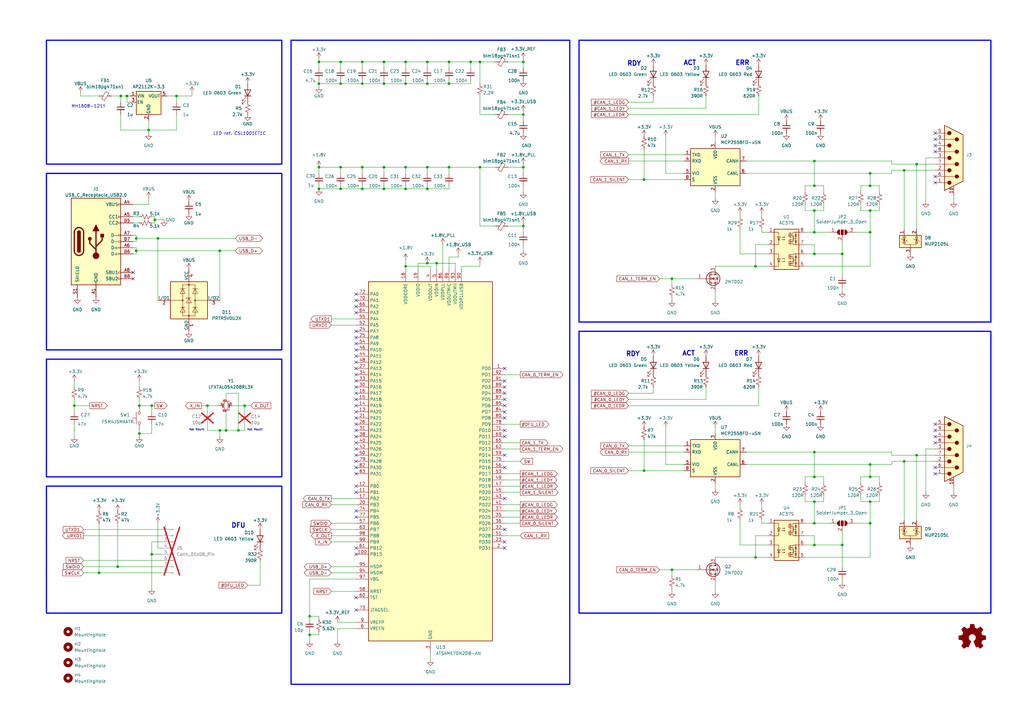
<source format=kicad_sch>
(kicad_sch (version 20250114) (generator "eeschema") (generator_version "9.0")
  (paper "A3")
  (title_block (title "CANbardo") (date "2024-08-30") (rev "V1.1") (company "Innolution ApS") (comment 1 "@Author: Mads Kjaergaard") (comment 2 "Licensed under CERN-OHL-P v2"))
  (rectangle (start 19.05 16.51) (end 115.57 67.31) (stroke (width 0.508) (color 0 0 255 1)))
  (rectangle (start 119.38 16.51) (end 233.68 280.67) (stroke (width 0.508) (color 0 0 255 1)))
  (rectangle (start 237.49 16.51) (end 406.4 132.08) (stroke (width 0.508) (color 0 0 255 1)))
  (rectangle (start 19.05 199.39) (end 115.57 251.46) (stroke (width 0.508) (color 0 0 255 1)))
  (rectangle (start 237.49 135.89) (end 406.4 251.46) (stroke (width 0.508) (color 0 0 255 1)))
  (rectangle (start 19.05 71.12) (end 115.57 143.51) (stroke (width 0.508) (color 0 0 255 1)))
  (rectangle (start 19.05 147.32) (end 115.57 195.58) (stroke (width 0.508) (color 0 0 255 1)))
  (text "LED ref. CSL1001ET1C" (at 87.376 55.626 0) (effects (font (size 1.27 1.27) (italic yes)) (justify left bottom)))
  (text "ACT" (at 282.956 25.908 0) (effects (font (size 1.905 1.905) (thickness 0.381) (bold yes))))
  (text "ACT" (at 282.448 145.034 0) (effects (font (size 1.905 1.905) (thickness 0.381) (bold yes))))
  (text "MH1608-121Y" (at 29.21 44.45 0) (effects (font (size 1.27 1.27)) (justify left bottom)))
  (text "RDY" (at 260.096 26.162 0) (effects (font (size 1.905 1.905) (thickness 0.381) (bold yes))))
  (text "Not Mount" (at 101.346 176.784 0) (effects (font (size 0.8 0.8)) (justify left bottom)))
  (text "DFU" (at 97.79 215.646 0) (effects (font (size 1.905 1.905) (thickness 0.381) (bold yes))))
  (text "ERR" (at 304.546 25.908 0) (effects (font (size 1.905 1.905) (thickness 0.381) (bold yes))))
  (text "RDY" (at 259.588 145.288 0) (effects (font (size 1.905 1.905) (thickness 0.381) (bold yes))))
  (text "Not Mount" (at 77.47 176.784 0) (effects (font (size 0.8 0.8)) (justify left bottom)))
  (text "ERR" (at 304.038 145.034 0) (effects (font (size 1.905 1.905) (thickness 0.381) (bold yes))))
  (junction (at 48.26 232.41))
  (junction (at 356.87 214.63))
  (junction (at 356.87 190.5))
  (junction (at 309.88 109.22))
  (junction (at 193.04 25.4))
  (junction (at 275.59 233.68))
  (junction (at 345.44 223.52))
  (junction (at 175.26 68.58))
  (junction (at 166.37 68.58))
  (junction (at 40.64 234.95))
  (junction (at 92.71 176.53))
  (junction (at 62.23 166.37))
  (junction (at 97.79 176.53))
  (junction (at 157.48 68.58))
  (junction (at 309.88 228.6))
  (junction (at 139.7 77.47))
  (junction (at 214.63 92.71))
  (junction (at 85.09 166.37))
  (junction (at 130.81 34.29))
  (junction (at 375.92 186.69))
  (junction (at 334.01 205.74))
  (junction (at 57.15 166.37))
  (junction (at 375.92 67.31))
  (junction (at 334.01 66.04))
  (junction (at 148.59 25.4))
  (junction (at 264.16 73.66))
  (junction (at 148.59 77.47))
  (junction (at 184.15 25.4))
  (junction (at 356.87 205.74))
  (junction (at 139.7 25.4))
  (junction (at 139.7 68.58))
  (junction (at 175.26 34.29))
  (junction (at 175.26 77.47))
  (junction (at 184.15 68.58))
  (junction (at 370.84 189.23))
  (junction (at 100.33 166.37))
  (junction (at 166.37 109.22))
  (junction (at 60.96 53.34))
  (junction (at 356.87 95.25))
  (junction (at 356.87 195.58))
  (junction (at 370.84 69.85))
  (junction (at 148.59 68.58))
  (junction (at 166.37 77.47))
  (junction (at 214.63 25.4))
  (junction (at 175.26 107.95))
  (junction (at 356.87 71.12))
  (junction (at 166.37 34.29))
  (junction (at 334.01 76.2))
  (junction (at 196.85 68.58))
  (junction (at 130.81 77.47))
  (junction (at 345.44 104.14))
  (junction (at 90.17 176.53))
  (junction (at 334.01 185.42))
  (junction (at 90.17 102.87))
  (junction (at 214.63 68.58))
  (junction (at 57.15 177.8))
  (junction (at 334.01 195.58))
  (junction (at 196.85 25.4))
  (junction (at 334.01 214.63))
  (junction (at 63.5 90.17))
  (junction (at 64.77 97.79))
  (junction (at 148.59 34.29))
  (junction (at 334.01 223.52))
  (junction (at 127 252.73))
  (junction (at 127 260.35))
  (junction (at 130.81 25.4))
  (junction (at 62.23 227.33))
  (junction (at 356.87 86.36))
  (junction (at 175.26 25.4))
  (junction (at 157.48 34.29))
  (junction (at 30.48 166.37))
  (junction (at 55.88 97.79))
  (junction (at 166.37 25.4))
  (junction (at 139.7 34.29))
  (junction (at 356.87 76.2))
  (junction (at 179.07 107.95))
  (junction (at 184.15 34.29))
  (junction (at 334.01 86.36))
  (junction (at 52.07 39.37))
  (junction (at 334.01 104.14))
  (junction (at 334.01 95.25))
  (junction (at 214.63 46.99))
  (junction (at 157.48 77.47))
  (junction (at 130.81 68.58))
  (junction (at 49.53 39.37))
  (junction (at 55.88 102.87))
  (junction (at 264.16 193.04))
  (junction (at 275.59 114.3))
  (junction (at 157.48 25.4))
  (junction (at 72.39 39.37))
  (no_connect (at 383.54 59.69))
  (no_connect (at 383.54 54.61))
  (no_connect (at 146.05 224.79))
  (no_connect (at 146.05 189.23))
  (no_connect (at 383.54 72.39))
  (no_connect (at 207.01 186.69))
  (no_connect (at 54.61 114.3))
  (no_connect (at 146.05 209.55))
  (no_connect (at 146.05 161.29))
  (no_connect (at 207.01 224.79))
  (no_connect (at 146.05 199.39))
  (no_connect (at 207.01 166.37))
  (no_connect (at 207.01 217.17))
  (no_connect (at 207.01 204.47))
  (no_connect (at 146.05 163.83))
  (no_connect (at 383.54 179.07))
  (no_connect (at 383.54 57.15))
  (no_connect (at 146.05 128.27))
  (no_connect (at 383.54 74.93))
  (no_connect (at 146.05 156.21))
  (no_connect (at 207.01 176.53))
  (no_connect (at 146.05 245.11))
  (no_connect (at 207.01 156.21))
  (no_connect (at 146.05 181.61))
  (no_connect (at 383.54 176.53))
  (no_connect (at 146.05 125.73))
  (no_connect (at 146.05 146.05))
  (no_connect (at 146.05 194.31))
  (no_connect (at 383.54 62.23))
  (no_connect (at 207.01 161.29))
  (no_connect (at 383.54 194.31))
  (no_connect (at 146.05 138.43))
  (no_connect (at 146.05 148.59))
  (no_connect (at 146.05 186.69))
  (no_connect (at 146.05 143.51))
  (no_connect (at 146.05 179.07))
  (no_connect (at 146.05 191.77))
  (no_connect (at 146.05 250.19))
  (no_connect (at 146.05 120.65))
  (no_connect (at 146.05 168.91))
  (no_connect (at 146.05 158.75))
  (no_connect (at 146.05 227.33))
  (no_connect (at 146.05 153.67))
  (no_connect (at 146.05 135.89))
  (no_connect (at 207.01 163.83))
  (no_connect (at 207.01 158.75))
  (no_connect (at 207.01 179.07))
  (no_connect (at 383.54 191.77))
  (no_connect (at 146.05 201.93))
  (no_connect (at 146.05 140.97))
  (no_connect (at 146.05 151.13))
  (no_connect (at 146.05 166.37))
  (no_connect (at 207.01 171.45))
  (no_connect (at 207.01 168.91))
  (no_connect (at 146.05 173.99))
  (no_connect (at 146.05 212.09))
  (no_connect (at 146.05 123.19))
  (no_connect (at 207.01 222.25))
  (no_connect (at 383.54 181.61))
  (no_connect (at 146.05 171.45))
  (no_connect (at 207.01 151.13))
  (no_connect (at 383.54 173.99))
  (no_connect (at 54.61 111.76))
  (no_connect (at 146.05 184.15))
  (no_connect (at 146.05 176.53))
  (no_connect (at 207.01 191.77))
  (wire (pts (xy 334.01 223.52) (xy 345.44 223.52)))
  (wire (pts (xy 54.61 96.52) (xy 55.88 96.52)))
  (wire (pts (xy 213.36 196.85) (xy 207.01 196.85)))
  (wire (pts (xy 171.45 107.95) (xy 171.45 110.49)))
  (wire (pts (xy 306.07 190.5) (xy 356.87 190.5)))
  (wire (pts (xy 57.15 166.37) (xy 62.23 166.37)))
  (wire (pts (xy 312.42 87.63) (xy 312.42 88.9)))
  (wire (pts (xy 135.89 217.17) (xy 146.05 217.17)))
  (wire (pts (xy 213.36 153.67) (xy 207.01 153.67)))
  (wire (pts (xy 30.48 166.37) (xy 36.83 166.37)))
  (wire (pts (xy 85.09 176.53) (xy 85.09 173.99)))
  (wire (pts (xy 353.06 203.2) (xy 353.06 205.74)))
  (wire (pts (xy 365.76 189.23) (xy 365.76 190.5)))
  (wire (pts (xy 62.23 227.33) (xy 62.23 241.3)))
  (wire (pts (xy 157.48 34.29) (xy 166.37 34.29)))
  (wire (pts (xy 214.63 68.58) (xy 214.63 71.12)))
  (wire (pts (xy 139.7 77.47) (xy 148.59 77.47)))
  (wire (pts (xy 330.2 198.12) (xy 330.2 195.58)))
  (wire (pts (xy 184.15 34.29) (xy 193.04 34.29)))
  (wire (pts (xy 345.44 118.11) (xy 345.44 119.38)))
  (wire (pts (xy 60.96 53.34) (xy 60.96 54.61)))
  (wire (pts (xy 171.45 107.95) (xy 175.26 107.95)))
  (wire (pts (xy 334.01 214.63) (xy 340.36 214.63)))
  (wire (pts (xy 334.01 185.42) (xy 365.76 185.42)))
  (wire (pts (xy 181.61 100.33) (xy 181.61 110.49)))
  (wire (pts (xy 157.48 33.02) (xy 157.48 34.29)))
  (wire (pts (xy 337.82 86.36) (xy 334.01 86.36)))
  (wire (pts (xy 353.06 86.36) (xy 356.87 86.36)))
  (wire (pts (xy 337.82 195.58) (xy 337.82 198.12)))
  (wire (pts (xy 353.06 195.58) (xy 356.87 195.58)))
  (wire (pts (xy 208.28 25.4) (xy 214.63 25.4)))
  (wire (pts (xy 148.59 25.4) (xy 139.7 25.4)))
  (wire (pts (xy 130.81 34.29) (xy 139.7 34.29)))
  (wire (pts (xy 45.72 39.37) (xy 49.53 39.37)))
  (wire (pts (xy 214.63 91.44) (xy 214.63 92.71)))
  (wire (pts (xy 370.84 69.85) (xy 370.84 93.98)))
  (wire (pts (xy 257.81 182.88) (xy 280.67 182.88)))
  (wire (pts (xy 312.42 207.01) (xy 312.42 208.28)))
  (wire (pts (xy 130.81 33.02) (xy 130.81 34.29)))
  (wire (pts (xy 213.36 181.61) (xy 207.01 181.61)))
  (wire (pts (xy 106.68 240.03) (xy 106.68 229.87)))
  (wire (pts (xy 49.53 53.34) (xy 60.96 53.34)))
  (wire (pts (xy 166.37 68.58) (xy 175.26 68.58)))
  (wire (pts (xy 97.79 161.29) (xy 97.79 176.53)))
  (wire (pts (xy 49.53 39.37) (xy 49.53 41.91)))
  (wire (pts (xy 356.87 190.5) (xy 356.87 195.58)))
  (wire (pts (xy 184.15 77.47) (xy 184.15 76.2)))
  (wire (pts (xy 186.69 107.95) (xy 186.69 110.49)))
  (wire (pts (xy 34.29 217.17) (xy 66.04 217.17)))
  (wire (pts (xy 82.55 166.37) (xy 85.09 166.37)))
  (wire (pts (xy 175.26 68.58) (xy 184.15 68.58)))
  (wire (pts (xy 127 260.35) (xy 127 262.89)))
  (wire (pts (xy 257.81 44.45) (xy 289.56 44.45)))
  (wire (pts (xy 330.2 86.36) (xy 334.01 86.36)))
  (wire (pts (xy 54.61 101.6) (xy 55.88 101.6)))
  (wire (pts (xy 62.23 166.37) (xy 62.23 168.91)))
  (wire (pts (xy 356.87 214.63) (xy 356.87 228.6)))
  (wire (pts (xy 303.53 207.01) (xy 303.53 208.28)))
  (wire (pts (xy 391.16 80.01) (xy 391.16 82.55)))
  (wire (pts (xy 330.2 109.22) (xy 356.87 109.22)))
  (wire (pts (xy 139.7 34.29) (xy 139.7 33.02)))
  (wire (pts (xy 157.48 68.58) (xy 166.37 68.58)))
  (wire (pts (xy 130.81 259.08) (xy 130.81 260.35)))
  (wire (pts (xy 148.59 77.47) (xy 157.48 77.47)))
  (wire (pts (xy 353.06 83.82) (xy 353.06 86.36)))
  (wire (pts (xy 345.44 237.49) (xy 345.44 238.76)))
  (wire (pts (xy 257.81 46.99) (xy 311.15 46.99)))
  (wire (pts (xy 135.89 219.71) (xy 146.05 219.71)))
  (wire (pts (xy 78.74 39.37) (xy 72.39 39.37)))
  (wire (pts (xy 130.81 260.35) (xy 127 260.35)))
  (wire (pts (xy 353.06 198.12) (xy 353.06 195.58)))
  (wire (pts (xy 214.63 24.13) (xy 214.63 25.4)))
  (wire (pts (xy 85.09 176.53) (xy 90.17 176.53)))
  (wire (pts (xy 213.36 199.39) (xy 207.01 199.39)))
  (wire (pts (xy 49.53 46.99) (xy 49.53 53.34)))
  (wire (pts (xy 187.96 105.41) (xy 187.96 104.14)))
  (wire (pts (xy 365.76 186.69) (xy 365.76 185.42)))
  (wire (pts (xy 275.59 233.68) (xy 285.75 233.68)))
  (wire (pts (xy 208.28 92.71) (xy 214.63 92.71)))
  (wire (pts (xy 391.16 199.39) (xy 391.16 201.93)))
  (wire (pts (xy 138.43 257.81) (xy 138.43 262.89)))
  (wire (pts (xy 334.01 195.58) (xy 337.82 195.58)))
  (wire (pts (xy 312.42 214.63) (xy 314.96 214.63)))
  (wire (pts (xy 273.05 71.12) (xy 273.05 55.88)))
  (wire (pts (xy 270.51 114.3) (xy 275.59 114.3)))
  (wire (pts (xy 64.77 224.79) (xy 66.04 224.79)))
  (wire (pts (xy 267.97 39.37) (xy 267.97 41.91)))
  (wire (pts (xy 40.64 39.37) (xy 33.02 39.37)))
  (wire (pts (xy 293.37 123.19) (xy 293.37 119.38)))
  (wire (pts (xy 64.77 214.63) (xy 64.77 224.79)))
  (wire (pts (xy 365.76 69.85) (xy 370.84 69.85)))
  (wire (pts (xy 356.87 205.74) (xy 360.68 205.74)))
  (wire (pts (xy 166.37 76.2) (xy 166.37 77.47)))
  (wire (pts (xy 100.33 173.99) (xy 100.33 176.53)))
  (wire (pts (xy 214.63 100.33) (xy 214.63 102.87)))
  (wire (pts (xy 127 237.49) (xy 127 252.73)))
  (wire (pts (xy 370.84 189.23) (xy 383.54 189.23)))
  (wire (pts (xy 166.37 68.58) (xy 166.37 71.12)))
  (wire (pts (xy 214.63 67.31) (xy 214.63 68.58)))
  (wire (pts (xy 184.15 25.4) (xy 184.15 27.94)))
  (wire (pts (xy 213.36 184.15) (xy 207.01 184.15)))
  (wire (pts (xy 330.2 205.74) (xy 334.01 205.74)))
  (wire (pts (xy 148.59 68.58) (xy 157.48 68.58)))
  (wire (pts (xy 275.59 121.92) (xy 275.59 123.19)))
  (wire (pts (xy 52.07 39.37) (xy 53.34 39.37)))
  (wire (pts (xy 62.23 166.37) (xy 63.5 166.37)))
  (wire (pts (xy 166.37 110.49) (xy 166.37 109.22)))
  (wire (pts (xy 196.85 25.4) (xy 196.85 34.29)))
  (wire (pts (xy 303.53 104.14) (xy 314.96 104.14)))
  (wire (pts (xy 213.36 201.93) (xy 207.01 201.93)))
  (wire (pts (xy 30.48 166.37) (xy 30.48 168.91)))
  (wire (pts (xy 309.88 219.71) (xy 314.96 219.71)))
  (wire (pts (xy 130.81 254) (xy 130.81 252.73)))
  (wire (pts (xy 176.53 267.97) (xy 176.53 270.51)))
  (wire (pts (xy 55.88 97.79) (xy 55.88 99.06)))
  (wire (pts (xy 130.81 25.4) (xy 130.81 27.94)))
  (wire (pts (xy 379.73 184.15) (xy 379.73 201.93)))
  (wire (pts (xy 64.77 97.79) (xy 64.77 123.19)))
  (wire (pts (xy 196.85 92.71) (xy 203.2 92.71)))
  (wire (pts (xy 275.59 233.68) (xy 275.59 236.22)))
  (wire (pts (xy 148.59 71.12) (xy 148.59 68.58)))
  (wire (pts (xy 157.48 77.47) (xy 166.37 77.47)))
  (wire (pts (xy 90.17 102.87) (xy 96.52 102.87)))
  (wire (pts (xy 334.01 205.74) (xy 334.01 214.63)))
  (wire (pts (xy 270.51 233.68) (xy 275.59 233.68)))
  (wire (pts (xy 157.48 76.2) (xy 157.48 77.47)))
  (wire (pts (xy 303.53 104.14) (xy 303.53 93.98)))
  (wire (pts (xy 92.71 163.83) (xy 92.71 161.29)))
  (wire (pts (xy 135.89 222.25) (xy 146.05 222.25)))
  (wire (pts (xy 273.05 190.5) (xy 273.05 175.26)))
  (wire (pts (xy 130.81 68.58) (xy 130.81 71.12)))
  (wire (pts (xy 90.17 102.87) (xy 90.17 123.19)))
  (wire (pts (xy 175.26 25.4) (xy 175.26 27.94)))
  (wire (pts (xy 34.29 229.87) (xy 66.04 229.87)))
  (wire (pts (xy 334.01 86.36) (xy 334.01 95.25)))
  (wire (pts (xy 130.81 34.29) (xy 130.81 35.56)))
  (wire (pts (xy 213.36 189.23) (xy 207.01 189.23)))
  (wire (pts (xy 33.02 39.37) (xy 33.02 38.1)))
  (wire (pts (xy 356.87 190.5) (xy 365.76 190.5)))
  (wire (pts (xy 175.26 71.12) (xy 175.26 68.58)))
  (wire (pts (xy 356.87 76.2) (xy 360.68 76.2)))
  (wire (pts (xy 175.26 107.95) (xy 179.07 107.95)))
  (wire (pts (xy 257.81 185.42) (xy 280.67 185.42)))
  (wire (pts (xy 293.37 242.57) (xy 293.37 238.76)))
  (wire (pts (xy 72.39 46.99) (xy 72.39 53.34)))
  (wire (pts (xy 189.23 109.22) (xy 189.23 110.49)))
  (wire (pts (xy 208.28 68.58) (xy 214.63 68.58)))
  (wire (pts (xy 257.81 161.29) (xy 267.97 161.29)))
  (wire (pts (xy 40.64 234.95) (xy 66.04 234.95)))
  (wire (pts (xy 375.92 186.69) (xy 375.92 213.36)))
  (wire (pts (xy 306.07 185.42) (xy 334.01 185.42)))
  (wire (pts (xy 356.87 195.58) (xy 360.68 195.58)))
  (wire (pts (xy 330.2 214.63) (xy 334.01 214.63)))
  (wire (pts (xy 135.89 130.81) (xy 146.05 130.81)))
  (wire (pts (xy 127 237.49) (xy 146.05 237.49)))
  (wire (pts (xy 309.88 228.6) (xy 314.96 228.6)))
  (wire (pts (xy 85.09 166.37) (xy 90.17 166.37)))
  (wire (pts (xy 53.34 41.91) (xy 52.07 41.91)))
  (wire (pts (xy 293.37 198.12) (xy 293.37 200.66)))
  (wire (pts (xy 62.23 222.25) (xy 62.23 227.33)))
  (wire (pts (xy 353.06 76.2) (xy 356.87 76.2)))
  (wire (pts (xy 213.36 207.01) (xy 207.01 207.01)))
  (wire (pts (xy 135.89 207.01) (xy 146.05 207.01)))
  (wire (pts (xy 196.85 68.58) (xy 203.2 68.58)))
  (wire (pts (xy 289.56 44.45) (xy 289.56 39.37)))
  (wire (pts (xy 370.84 189.23) (xy 370.84 213.36)))
  (wire (pts (xy 375.92 67.31) (xy 383.54 67.31)))
  (wire (pts (xy 57.15 163.83) (xy 57.15 166.37)))
  (wire (pts (xy 196.85 68.58) (xy 196.85 92.71)))
  (wire (pts (xy 214.63 92.71) (xy 214.63 95.25)))
  (wire (pts (xy 78.74 38.1) (xy 78.74 39.37)))
  (wire (pts (xy 311.15 46.99) (xy 311.15 39.37)))
  (wire (pts (xy 330.2 78.74) (xy 330.2 76.2)))
  (wire (pts (xy 365.76 67.31) (xy 375.92 67.31)))
  (wire (pts (xy 184.15 34.29) (xy 184.15 33.02)))
  (wire (pts (xy 57.15 177.8) (xy 57.15 179.07)))
  (wire (pts (xy 166.37 25.4) (xy 157.48 25.4)))
  (wire (pts (xy 356.87 71.12) (xy 356.87 76.2)))
  (wire (pts (xy 166.37 25.4) (xy 175.26 25.4)))
  (wire (pts (xy 214.63 76.2) (xy 214.63 78.74)))
  (wire (pts (xy 127 254) (xy 127 252.73)))
  (wire (pts (xy 196.85 39.37) (xy 196.85 46.99)))
  (wire (pts (xy 101.6 240.03) (xy 106.68 240.03)))
  (wire (pts (xy 193.04 25.4) (xy 196.85 25.4)))
  (wire (pts (xy 135.89 214.63) (xy 146.05 214.63)))
  (wire (pts (xy 334.01 100.33) (xy 334.01 104.14)))
  (wire (pts (xy 148.59 34.29) (xy 157.48 34.29)))
  (wire (pts (xy 337.82 205.74) (xy 334.01 205.74)))
  (wire (pts (xy 365.76 186.69) (xy 375.92 186.69)))
  (wire (pts (xy 337.82 203.2) (xy 337.82 205.74)))
  (wire (pts (xy 90.17 176.53) (xy 92.71 176.53)))
  (wire (pts (xy 257.81 166.37) (xy 311.15 166.37)))
  (wire (pts (xy 264.16 193.04) (xy 280.67 193.04)))
  (wire (pts (xy 330.2 203.2) (xy 330.2 205.74)))
  (wire (pts (xy 207.01 173.99) (xy 213.36 173.99)))
  (wire (pts (xy 334.01 185.42) (xy 334.01 195.58)))
  (wire (pts (xy 148.59 25.4) (xy 148.59 27.94)))
  (wire (pts (xy 330.2 219.71) (xy 334.01 219.71)))
  (wire (pts (xy 30.48 156.21) (xy 30.48 158.75)))
  (wire (pts (xy 48.26 214.63) (xy 48.26 232.41)))
  (wire (pts (xy 100.33 168.91) (xy 100.33 166.37)))
  (wire (pts (xy 34.29 234.95) (xy 40.64 234.95)))
  (wire (pts (xy 139.7 25.4) (xy 130.81 25.4)))
  (wire (pts (xy 55.88 96.52) (xy 55.88 97.79)))
  (wire (pts (xy 356.87 71.12) (xy 365.76 71.12)))
  (wire (pts (xy 193.04 25.4) (xy 193.04 27.94)))
  (wire (pts (xy 92.71 168.91) (xy 92.71 176.53)))
  (wire (pts (xy 130.81 77.47) (xy 130.81 76.2)))
  (wire (pts (xy 157.48 25.4) (xy 157.48 27.94)))
  (wire (pts (xy 309.88 109.22) (xy 314.96 109.22)))
  (wire (pts (xy 62.23 91.44) (xy 63.5 91.44)))
  (wire (pts (xy 184.15 110.49) (xy 184.15 105.41)))
  (wire (pts (xy 34.29 219.71) (xy 66.04 219.71)))
  (wire (pts (xy 100.33 166.37) (xy 102.87 166.37)))
  (wire (pts (xy 345.44 218.44) (xy 345.44 223.52)))
  (wire (pts (xy 179.07 107.95) (xy 186.69 107.95)))
  (wire (pts (xy 330.2 228.6) (xy 356.87 228.6)))
  (wire (pts (xy 57.15 176.53) (xy 57.15 177.8)))
  (wire (pts (xy 330.2 95.25) (xy 334.01 95.25)))
  (wire (pts (xy 34.29 232.41) (xy 48.26 232.41)))
  (wire (pts (xy 62.23 173.99) (xy 62.23 177.8)))
  (wire (pts (xy 127 252.73) (xy 130.81 252.73)))
  (wire (pts (xy 257.81 193.04) (xy 264.16 193.04)))
  (wire (pts (xy 166.37 77.47) (xy 175.26 77.47)))
  (wire (pts (xy 350.52 214.63) (xy 356.87 214.63)))
  (wire (pts (xy 157.48 68.58) (xy 157.48 71.12)))
  (wire (pts (xy 334.01 104.14) (xy 345.44 104.14)))
  (wire (pts (xy 60.96 53.34) (xy 72.39 53.34)))
  (wire (pts (xy 97.79 176.53) (xy 100.33 176.53)))
  (wire (pts (xy 334.01 104.14) (xy 330.2 104.14)))
  (wire (pts (xy 175.26 34.29) (xy 175.26 33.02)))
  (wire (pts (xy 66.04 222.25) (xy 62.23 222.25)))
  (wire (pts (xy 360.68 76.2) (xy 360.68 78.74)))
  (wire (pts (xy 55.88 102.87) (xy 90.17 102.87)))
  (wire (pts (xy 138.43 255.27) (xy 146.05 255.27)))
  (wire (pts (xy 40.64 214.63) (xy 40.64 234.95)))
  (wire (pts (xy 196.85 25.4) (xy 203.2 25.4)))
  (wire (pts (xy 55.88 99.06) (xy 54.61 99.06)))
  (wire (pts (xy 135.89 242.57) (xy 146.05 242.57)))
  (wire (pts (xy 214.63 46.99) (xy 214.63 49.53)))
  (wire (pts (xy 293.37 228.6) (xy 309.88 228.6)))
  (wire (pts (xy 55.88 104.14) (xy 54.61 104.14)))
  (wire (pts (xy 48.26 232.41) (xy 66.04 232.41)))
  (wire (pts (xy 175.26 34.29) (xy 184.15 34.29)))
  (wire (pts (xy 184.15 25.4) (xy 193.04 25.4)))
  (wire (pts (xy 375.92 67.31) (xy 375.92 93.98)))
  (wire (pts (xy 334.01 219.71) (xy 334.01 223.52)))
  (wire (pts (xy 62.23 227.33) (xy 66.04 227.33)))
  (wire (pts (xy 312.42 95.25) (xy 314.96 95.25)))
  (wire (pts (xy 312.42 93.98) (xy 312.42 95.25)))
  (wire (pts (xy 184.15 105.41) (xy 187.96 105.41)))
  (wire (pts (xy 360.68 195.58) (xy 360.68 198.12)))
  (wire (pts (xy 334.01 76.2) (xy 337.82 76.2)))
  (wire (pts (xy 267.97 158.75) (xy 267.97 161.29)))
  (wire (pts (xy 72.39 39.37) (xy 72.39 41.91)))
  (wire (pts (xy 306.07 66.04) (xy 334.01 66.04)))
  (wire (pts (xy 303.53 223.52) (xy 314.96 223.52)))
  (wire (pts (xy 166.37 33.02) (xy 166.37 34.29)))
  (wire (pts (xy 92.71 161.29) (xy 97.79 161.29)))
  (wire (pts (xy 289.56 163.83) (xy 289.56 158.75)))
  (wire (pts (xy 365.76 67.31) (xy 365.76 66.04)))
  (wire (pts (xy 309.88 100.33) (xy 309.88 109.22)))
  (wire (pts (xy 353.06 78.74) (xy 353.06 76.2)))
  (wire (pts (xy 303.53 223.52) (xy 303.53 213.36)))
  (wire (pts (xy 306.07 71.12) (xy 356.87 71.12)))
  (wire (pts (xy 213.36 212.09) (xy 207.01 212.09)))
  (wire (pts (xy 264.16 180.34) (xy 264.16 193.04)))
  (wire (pts (xy 62.23 177.8) (xy 57.15 177.8)))
  (wire (pts (xy 179.07 107.95) (xy 179.07 110.49)))
  (wire (pts (xy 356.87 86.36) (xy 356.87 95.25)))
  (wire (pts (xy 135.89 204.47) (xy 146.05 204.47)))
  (wire (pts (xy 135.89 133.35) (xy 146.05 133.35)))
  (wire (pts (xy 62.23 88.9) (xy 63.5 88.9)))
  (wire (pts (xy 64.77 97.79) (xy 96.52 97.79)))
  (wire (pts (xy 293.37 78.74) (xy 293.37 81.28)))
  (wire (pts (xy 57.15 156.21) (xy 57.15 158.75)))
  (wire (pts (xy 63.5 90.17) (xy 63.5 88.9)))
  (wire (pts (xy 280.67 190.5) (xy 273.05 190.5)))
  (wire (pts (xy 196.85 107.95) (xy 196.85 109.22)))
  (wire (pts (xy 330.2 83.82) (xy 330.2 86.36)))
  (wire (pts (xy 213.36 214.63) (xy 207.01 214.63)))
  (wire (pts (xy 330.2 195.58) (xy 334.01 195.58)))
  (wire (pts (xy 175.26 25.4) (xy 184.15 25.4)))
  (wire (pts (xy 184.15 68.58) (xy 196.85 68.58)))
  (wire (pts (xy 334.01 66.04) (xy 334.01 76.2)))
  (wire (pts (xy 345.44 99.06) (xy 345.44 104.14)))
  (wire (pts (xy 139.7 68.58) (xy 139.7 71.12)))
  (wire (pts (xy 130.81 68.58) (xy 139.7 68.58)))
  (wire (pts (xy 52.07 39.37) (xy 52.07 41.91)))
  (wire (pts (xy 312.42 213.36) (xy 312.42 214.63)))
  (wire (pts (xy 189.23 109.22) (xy 196.85 109.22)))
  (wire (pts (xy 337.82 83.82) (xy 337.82 86.36)))
  (wire (pts (xy 257.81 66.04) (xy 280.67 66.04)))
  (wire (pts (xy 139.7 76.2) (xy 139.7 77.47)))
  (wire (pts (xy 365.76 189.23) (xy 370.84 189.23)))
  (wire (pts (xy 63.5 91.44) (xy 63.5 90.17)))
  (wire (pts (xy 213.36 209.55) (xy 207.01 209.55)))
  (wire (pts (xy 85.09 166.37) (xy 85.09 168.91)))
  (wire (pts (xy 353.06 205.74) (xy 356.87 205.74)))
  (wire (pts (xy 334.01 223.52) (xy 330.2 223.52)))
  (wire (pts (xy 135.89 234.95) (xy 146.05 234.95)))
  (wire (pts (xy 148.59 33.02) (xy 148.59 34.29)))
  (wire (pts (xy 54.61 83.82) (xy 60.96 83.82)))
  (wire (pts (xy 139.7 34.29) (xy 148.59 34.29)))
  (wire (pts (xy 293.37 55.88) (xy 293.37 58.42)))
  (wire (pts (xy 309.88 219.71) (xy 309.88 228.6)))
  (wire (pts (xy 60.96 81.28) (xy 60.96 83.82)))
  (wire (pts (xy 54.61 88.9) (xy 57.15 88.9)))
  (wire (pts (xy 345.44 223.52) (xy 345.44 232.41)))
  (wire (pts (xy 166.37 109.22) (xy 176.53 109.22)))
  (wire (pts (xy 303.53 87.63) (xy 303.53 88.9)))
  (wire (pts (xy 257.81 41.91) (xy 267.97 41.91)))
  (wire (pts (xy 213.36 194.31) (xy 207.01 194.31)))
  (wire (pts (xy 60.96 49.53) (xy 60.96 53.34)))
  (wire (pts (xy 275.59 114.3) (xy 285.75 114.3)))
  (wire (pts (xy 208.28 46.99) (xy 214.63 46.99)))
  (wire (pts (xy 334.01 95.25) (xy 340.36 95.25)))
  (wire (pts (xy 55.88 102.87) (xy 55.88 104.14)))
  (wire (pts (xy 90.17 176.53) (xy 90.17 179.07)))
  (wire (pts (xy 293.37 175.26) (xy 293.37 177.8)))
  (wire (pts (xy 356.87 95.25) (xy 356.87 109.22)))
  (wire (pts (xy 383.54 184.15) (xy 379.73 184.15)))
  (wire (pts (xy 30.48 163.83) (xy 30.48 166.37)))
  (wire (pts (xy 280.67 71.12) (xy 273.05 71.12)))
  (wire (pts (xy 214.63 45.72) (xy 214.63 46.99)))
  (wire (pts (xy 311.15 166.37) (xy 311.15 158.75)))
  (wire (pts (xy 139.7 25.4) (xy 139.7 27.94)))
  (wire (pts (xy 330.2 76.2) (xy 334.01 76.2)))
  (wire (pts (xy 139.7 68.58) (xy 148.59 68.58)))
  (wire (pts (xy 275.59 241.3) (xy 275.59 242.57)))
  (wire (pts (xy 49.53 39.37) (xy 52.07 39.37)))
  (wire (pts (xy 30.48 173.99) (xy 30.48 179.07)))
  (wire (pts (xy 264.16 73.66) (xy 280.67 73.66)))
  (wire (pts (xy 345.44 104.14) (xy 345.44 113.03)))
  (wire (pts (xy 356.87 86.36) (xy 360.68 86.36)))
  (wire (pts (xy 264.16 60.96) (xy 264.16 73.66)))
  (wire (pts (xy 127 259.08) (xy 127 260.35)))
  (wire (pts (xy 146.05 257.81) (xy 138.43 257.81)))
  (wire (pts (xy 383.54 64.77) (xy 379.73 64.77)))
  (wire (pts (xy 370.84 69.85) (xy 383.54 69.85)))
  (wire (pts (xy 375.92 186.69) (xy 383.54 186.69)))
  (wire (pts (xy 175.26 76.2) (xy 175.26 77.47)))
  (wire (pts (xy 55.88 101.6) (xy 55.88 102.87)))
  (wire (pts (xy 379.73 64.77) (xy 379.73 82.55)))
  (wire (pts (xy 309.88 100.33) (xy 314.96 100.33)))
  (wire (pts (xy 148.59 76.2) (xy 148.59 77.47)))
  (wire (pts (xy 184.15 68.58) (xy 184.15 71.12)))
  (wire (pts (xy 130.81 24.13) (xy 130.81 25.4)))
  (wire (pts (xy 334.01 66.04) (xy 365.76 66.04)))
  (wire (pts (xy 166.37 34.29) (xy 175.26 34.29)))
  (wire (pts (xy 130.81 77.47) (xy 139.7 77.47)))
  (wire (pts (xy 275.59 114.3) (xy 275.59 116.84)))
  (wire (pts (xy 166.37 25.4) (xy 166.37 27.94)))
  (wire (pts (xy 166.37 109.22) (xy 166.37 106.68)))
  (wire (pts (xy 257.81 63.5) (xy 280.67 63.5)))
  (wire (pts (xy 176.53 109.22) (xy 176.53 110.49)))
  (wire (pts (xy 257.81 73.66) (xy 264.16 73.66)))
  (wire (pts (xy 196.85 46.99) (xy 203.2 46.99)))
  (wire (pts (xy 193.04 33.02) (xy 193.04 34.29)))
  (wire (pts (xy 337.82 76.2) (xy 337.82 78.74)))
  (wire (pts (xy 360.68 83.82) (xy 360.68 86.36)))
  (wire (pts (xy 350.52 95.25) (xy 356.87 95.25)))
  (wire (pts (xy 360.68 203.2) (xy 360.68 205.74)))
  (wire (pts (xy 63.5 90.17) (xy 67.31 90.17)))
  (wire (pts (xy 330.2 100.33) (xy 334.01 100.33)))
  (wire (pts (xy 54.61 91.44) (xy 57.15 91.44)))
  (wire (pts (xy 95.25 166.37) (xy 100.33 166.37)))
  (wire (pts (xy 135.89 232.41) (xy 146.05 232.41)))
  (wire (pts (xy 293.37 109.22) (xy 309.88 109.22)))
  (wire (pts (xy 356.87 205.74) (xy 356.87 214.63)))
  (wire (pts (xy 92.71 176.53) (xy 97.79 176.53)))
  (wire (pts (xy 68.58 39.37) (xy 72.39 39.37)))
  (wire (pts (xy 175.26 77.47) (xy 184.15 77.47)))
  (wire (pts (xy 214.63 25.4) (xy 214.63 27.94)))
  (wire (pts (xy 213.36 219.71) (xy 207.01 219.71)))
  (wire (pts (xy 257.81 163.83) (xy 289.56 163.83)))
  (wire (pts (xy 157.48 25.4) (xy 148.59 25.4)))
  (wire (pts (xy 55.88 97.79) (xy 64.77 97.79)))
  (wire (pts (xy 365.76 69.85) (xy 365.76 71.12)))
  (global_label "USB_D+" (shape bidirectional) (at 135.89 232.41 180) (property "Intersheetrefs" "${INTERSHEET_REFS}" (effects (hide yes))))
  (global_label "USB_D-" (shape bidirectional) (at 135.89 234.95 180) (property "Intersheetrefs" "${INTERSHEET_REFS}" (effects (hide yes))))
  (global_label "CAN_0_SILENT" (shape input) (at 257.81 193.04 180) (property "Intersheetrefs" "${INTERSHEET_REFS}" (effects (hide yes))))
  (global_label "CAN_1_TERM_EN" (shape output) (at 213.36 184.15 0) (property "Intersheetrefs" "${INTERSHEET_REFS}" (effects (hide yes))))
  (global_label "SW" (shape input) (at 213.36 189.23 0) (property "Intersheetrefs" "${INTERSHEET_REFS}" (effects (hide yes))))
  (global_label "#CAN_0_LEDR" (shape input) (at 257.81 166.37 180) (property "Intersheetrefs" "${INTERSHEET_REFS}" (effects (hide yes))))
  (global_label "#CAN_0_LEDY" (shape input) (at 257.81 163.83 180) (property "Intersheetrefs" "${INTERSHEET_REFS}" (effects (hide yes))))
  (global_label "CAN_0_TX" (shape output) (at 135.89 204.47 180) (property "Intersheetrefs" "${INTERSHEET_REFS}" (effects (hide yes))))
  (global_label "CAN_1_TX" (shape output) (at 213.36 181.61 0) (property "Intersheetrefs" "${INTERSHEET_REFS}" (effects (hide yes))))
  (global_label "URXD1" (shape input) (at 135.89 133.35 180) (property "Intersheetrefs" "${INTERSHEET_REFS}" (effects (hide yes))))
  (global_label "CAN_0_SILENT" (shape output) (at 213.36 214.63 0) (property "Intersheetrefs" "${INTERSHEET_REFS}" (effects (hide yes))))
  (global_label "CAN_1_RX" (shape output) (at 257.81 66.04 180) (property "Intersheetrefs" "${INTERSHEET_REFS}" (effects (hide yes))))
  (global_label "CAN_1_SILENT" (shape input) (at 257.81 73.66 180) (property "Intersheetrefs" "${INTERSHEET_REFS}" (effects (hide yes))))
  (global_label "X_OUT" (shape output) (at 135.89 219.71 180) (property "Intersheetrefs" "${INTERSHEET_REFS}" (effects (hide yes))))
  (global_label "CAN_1_TERM_EN" (shape input) (at 270.51 114.3 180) (property "Intersheetrefs" "${INTERSHEET_REFS}" (effects (hide yes))))
  (global_label "CAN_0_TERM_EN" (shape output) (at 213.36 153.67 0) (property "Intersheetrefs" "${INTERSHEET_REFS}" (effects (hide yes))))
  (global_label "#CAN_1_LEDY" (shape input) (at 257.81 44.45 180) (property "Intersheetrefs" "${INTERSHEET_REFS}" (effects (hide yes))))
  (global_label "X_OUT" (shape input) (at 102.87 166.37 0) (property "Intersheetrefs" "${INTERSHEET_REFS}" (effects (hide yes))))
  (global_label "UTXD1" (shape output) (at 135.89 130.81 180) (property "Intersheetrefs" "${INTERSHEET_REFS}" (effects (hide yes))))
  (global_label "SWDIO" (shape input) (at 135.89 214.63 180) (property "Intersheetrefs" "${INTERSHEET_REFS}" (effects (hide yes))))
  (global_label "#DFU_LED" (shape output) (at 213.36 173.99 0) (property "Intersheetrefs" "${INTERSHEET_REFS}" (effects (hide yes))))
  (global_label "SWDIO" (shape input) (at 34.29 232.41 180) (property "Intersheetrefs" "${INTERSHEET_REFS}" (effects (hide yes))))
  (global_label "#CAN_0_LEDY" (shape output) (at 213.36 209.55 0) (property "Intersheetrefs" "${INTERSHEET_REFS}" (effects (hide yes))))
  (global_label "USB_D-" (shape bidirectional) (at 96.52 97.79 0) (property "Intersheetrefs" "${INTERSHEET_REFS}" (effects (hide yes))))
  (global_label "CAN_0_TX" (shape input) (at 257.81 182.88 180) (property "Intersheetrefs" "${INTERSHEET_REFS}" (effects (hide yes))))
  (global_label "#CAN_1_LEDR" (shape output) (at 213.36 199.39 0) (property "Intersheetrefs" "${INTERSHEET_REFS}" (effects (hide yes))))
  (global_label "NRST" (shape input) (at 135.89 242.57 180) (property "Intersheetrefs" "${INTERSHEET_REFS}" (effects (hide yes))))
  (global_label "#CAN_1_LEDG" (shape output) (at 213.36 194.31 0) (property "Intersheetrefs" "${INTERSHEET_REFS}" (effects (hide yes))))
  (global_label "#CAN_0_LEDR" (shape output) (at 213.36 212.09 0) (property "Intersheetrefs" "${INTERSHEET_REFS}" (effects (hide yes))))
  (global_label "#CAN_0_LEDG" (shape input) (at 257.81 161.29 180) (property "Intersheetrefs" "${INTERSHEET_REFS}" (effects (hide yes))))
  (global_label "CAN_0_TERM_EN" (shape input) (at 270.51 233.68 180) (property "Intersheetrefs" "${INTERSHEET_REFS}" (effects (hide yes))))
  (global_label "NRST" (shape output) (at 36.83 166.37 0) (property "Intersheetrefs" "${INTERSHEET_REFS}" (effects (hide yes))))
  (global_label "CAN_1_SILENT" (shape output) (at 213.36 201.93 0) (property "Intersheetrefs" "${INTERSHEET_REFS}" (effects (hide yes))))
  (global_label "SW" (shape output) (at 63.5 166.37 0) (property "Intersheetrefs" "${INTERSHEET_REFS}" (effects (hide yes))))
  (global_label "X_IN" (shape output) (at 82.55 166.37 180) (property "Intersheetrefs" "${INTERSHEET_REFS}" (effects (hide yes))))
  (global_label "CAN_0_RX" (shape input) (at 135.89 207.01 180) (property "Intersheetrefs" "${INTERSHEET_REFS}" (effects (hide yes))))
  (global_label "CAN_1_RX" (shape input) (at 213.36 219.71 0) (property "Intersheetrefs" "${INTERSHEET_REFS}" (effects (hide yes))))
  (global_label "#CAN_1_LEDG" (shape input) (at 257.81 41.91 180) (property "Intersheetrefs" "${INTERSHEET_REFS}" (effects (hide yes))))
  (global_label "#CAN_0_LEDG" (shape output) (at 213.36 207.01 0) (property "Intersheetrefs" "${INTERSHEET_REFS}" (effects (hide yes))))
  (global_label "#CAN_1_LEDY" (shape output) (at 213.36 196.85 0) (property "Intersheetrefs" "${INTERSHEET_REFS}" (effects (hide yes))))
  (global_label "X_IN" (shape input) (at 135.89 222.25 180) (property "Intersheetrefs" "${INTERSHEET_REFS}" (effects (hide yes))))
  (global_label "#CAN_1_LEDR" (shape input) (at 257.81 46.99 180) (property "Intersheetrefs" "${INTERSHEET_REFS}" (effects (hide yes))))
  (global_label "USB_D+" (shape bidirectional) (at 96.52 102.87 0) (property "Intersheetrefs" "${INTERSHEET_REFS}" (effects (hide yes))))
  (global_label "CAN_1_TX" (shape input) (at 257.81 63.5 180) (property "Intersheetrefs" "${INTERSHEET_REFS}" (effects (hide yes))))
  (global_label "SWCLK" (shape input) (at 34.29 234.95 180) (property "Intersheetrefs" "${INTERSHEET_REFS}" (effects (hide yes))))
  (global_label "UTXD1" (shape input) (at 34.29 217.17 180) (property "Intersheetrefs" "${INTERSHEET_REFS}" (effects (hide yes))))
  (global_label "URXD1" (shape output) (at 34.29 219.71 180) (property "Intersheetrefs" "${INTERSHEET_REFS}" (effects (hide yes))))
  (global_label "SWCLK" (shape input) (at 135.89 217.17 180) (property "Intersheetrefs" "${INTERSHEET_REFS}" (effects (hide yes))))
  (global_label "#DFU_LED" (shape input) (at 101.6 240.03 180) (property "Intersheetrefs" "${INTERSHEET_REFS}" (effects (hide yes))))
  (global_label "CAN_0_RX" (shape output) (at 257.81 185.42 180) (property "Intersheetrefs" "${INTERSHEET_REFS}" (effects (hide yes))))
  (global_label "NRST" (shape input) (at 34.29 229.87 180) (property "Intersheetrefs" "${INTERSHEET_REFS}" (effects (hide yes))))
  (symbol (lib_id "power:+3.3V") (at 311.15 146.05 0) (unit 1)
    (property "Reference" "#PWR045" (effects (hide yes)))
    (property "Value" "+3.3V" (at 311.15 142.24 0))
  )
  (symbol (lib_id "Device:C_Small") (at 336.55 52.07 0) (unit 1)
    (property "Reference" "C9" (at 334.01 50.8 0) (effects (justify right)))
    (property "Value" "100n" (at 335.28 54.61 0) (effects (justify right)))
    (property "Footprint" "Capacitor_SMD:C_0603_1608Metric" (effects (hide yes)))
  )
  (symbol (lib_id "Device:C_Small") (at 322.58 52.07 0) (unit 1)
    (property "Reference" "C8" (at 320.04 50.8 0) (effects (justify right)))
    (property "Value" "100n" (at 321.31 54.61 0) (effects (justify right)))
    (property "Footprint" "Capacitor_SMD:C_0603_1608Metric" (effects (hide yes)))
  )
  (symbol (lib_id "Power_Protection:NUP2105L") (at 373.38 218.44 0) (unit 1)
    (property "Reference" "D9" (at 379.222 216.916 0) (effects (justify left)))
    (property "Value" "NUP2105L" (at 379.222 219.456 0) (effects (justify left)))
    (property "Footprint" "Package_TO_SOT_SMD:SOT-23" (effects (hide yes)))
    (property "Datasheet" "https://www.onsemi.com/pub_link/Collateral/NUP2105L-D.PDF" (effects (hide yes)))
    (property "Description" "Dual Line CAN Bus Protector, 24Vrwm" (effects (hide yes)))
  )
  (symbol (lib_id "power:+3.3V") (at 214.63 24.13 0) (unit 1)
    (property "Reference" "#PWR063" (effects (hide yes)))
    (property "Value" "+3.3V_REF" (at 214.63 20.066 0))
  )
  (symbol (lib_id "power:GND") (at 214.63 78.74 0) (unit 1)
    (property "Reference" "#PWR026" (effects (hide yes)))
    (property "Value" "GND" (at 214.63 83.82 0))
  )
  (symbol (lib_id "Device:C_Small") (at 175.26 73.66 0) (unit 1)
    (property "Reference" "C32" (at 172.72 72.39 0) (effects (justify right)))
    (property "Value" "100n" (at 173.99 76.2 0) (effects (justify right)))
    (property "Footprint" "Capacitor_SMD:C_0603_1608Metric" (effects (hide yes)))
  )
  (symbol (lib_id "Device:LED") (at 106.68 220.98 270) (mirror x) (unit 1)
    (property "Reference" "D10" (at 104.14 218.44 90) (effects (justify right)))
    (property "Value" "LED 0603 Yellow" (at 104.14 220.98 90) (effects (justify right)))
    (property "Footprint" "LED_SMD:LED_0603_1608Metric" (effects (hide yes)))
  )
  (symbol (lib_id "power:+3.3V") (at 303.53 207.01 0) (unit 1)
    (property "Reference" "#PWR03" (effects (hide yes)))
    (property "Value" "+3.3V" (at 303.53 203.2 0))
  )
  (symbol (lib_id "Device:R_Small_US") (at 303.53 91.44 0) (unit 1)
    (property "Reference" "R29" (at 298.45 91.44 0) (effects (justify left)))
    (property "Value" "1k" (at 297.942 93.98 0) (effects (justify left)))
    (property "Footprint" "Resistor_SMD:R_0603_1608Metric" (effects (hide yes)))
  )
  (symbol (lib_id "Device:R_Small_US") (at 59.69 88.9 90) (unit 1)
    (property "Reference" "R3" (at 55.88 87.63 90))
    (property "Value" "5.1k" (at 63.5 87.63 90))
    (property "Footprint" "Resistor_SMD:R_0603_1608Metric" (effects (hide yes)))
  )
  (symbol (lib_id "power:+3.3V") (at 101.6 34.29 0) (unit 1)
    (property "Reference" "#PWR020" (effects (hide yes)))
    (property "Value" "+3.3V" (at 101.6 30.48 0))
  )
  (symbol (lib_id "power:+3.3V") (at 175.26 107.95 0) (unit 1)
    (property "Reference" "#PWR028" (effects (hide yes)))
    (property "Value" "+3.3V" (at 175.26 104.14 0))
  )
  (symbol (lib_id "power:+3.3V") (at 78.74 38.1 0) (unit 1)
    (property "Reference" "#PWR017" (effects (hide yes)))
    (property "Value" "+3.3V" (at 78.74 34.29 0))
  )
  (symbol (lib_id "Device:R_Small_US") (at 275.59 238.76 0) (unit 1)
    (property "Reference" "R1" (at 276.86 237.49 0) (effects (justify left)))
    (property "Value" "4.7k" (at 276.86 240.03 0) (effects (justify left)))
    (property "Footprint" "Resistor_SMD:R_0603_1608Metric" (effects (hide yes)))
  )
  (symbol (lib_id "power:GND") (at 322.58 54.61 0) (unit 1)
    (property "Reference" "#PWR074" (effects (hide yes)))
    (property "Value" "GND" (at 322.58 59.69 0))
  )
  (symbol (lib_id "Device:C_Small") (at 157.48 30.48 0) (unit 1)
    (property "Reference" "C21" (at 154.94 29.21 0) (effects (justify right)))
    (property "Value" "100n" (at 156.21 33.02 0) (effects (justify right)))
    (property "Footprint" "Capacitor_SMD:C_0603_1608Metric" (effects (hide yes)))
  )
  (symbol (lib_id "Device:R_Small_US") (at 48.26 212.09 0) (unit 1)
    (property "Reference" "R2" (at 49.53 210.82 0) (effects (justify left)))
    (property "Value" "47k" (at 49.53 213.36 0) (effects (justify left)))
    (property "Footprint" "Resistor_SMD:R_0603_1608Metric" (effects (hide yes)))
  )
  (symbol (lib_id "power:GND") (at 67.31 90.17 0) (unit 1)
    (property "Reference" "#PWR015" (effects (hide yes)))
    (property "Value" "GND" (at 69.85 90.17 0))
  )
  (symbol (lib_id "Device:R_Small_US") (at 59.69 91.44 90) (mirror x) (unit 1)
    (property "Reference" "R4" (at 55.88 92.71 90))
    (property "Value" "5.1k" (at 63.5 92.71 90))
    (property "Footprint" "Resistor_SMD:R_0603_1608Metric" (effects (hide yes)))
  )
  (symbol (lib_id "Device:R_Small_US") (at 311.15 36.83 0) (unit 1)
    (property "Reference" "R19" (at 306.07 36.83 0) (effects (justify left)))
    (property "Value" "620R" (at 304.8 39.37 0) (effects (justify left)))
    (property "Footprint" "Resistor_SMD:R_0603_1608Metric" (effects (hide yes)))
  )
  (symbol (lib_id "Device:R_Small_US") (at 267.97 36.83 0) (unit 1)
    (property "Reference" "R12" (at 262.89 36.83 0) (effects (justify left)))
    (property "Value" "2.7k" (at 261.62 39.37 0) (effects (justify left)))
    (property "Footprint" "Resistor_SMD:R_0603_1608Metric" (effects (hide yes)))
  )
  (symbol (lib_id "Device:C_Small") (at 130.81 73.66 0) (mirror y) (unit 1)
    (property "Reference" "C30" (at 125.476 72.136 0) (effects (justify right)))
    (property "Value" "1u" (at 126.238 75.946 0) (effects (justify right)))
    (property "Footprint" "Capacitor_SMD:C_0805_2012Metric" (effects (hide yes)))
  )
  (symbol (lib_name "DE9_Plug_MountingHoles_1") (lib_id "Connector:DE9_Plug_MountingHoles") (at 391.16 184.15 0) (unit 1)
    (property "Reference" "J4" (at 396.24 182.8799 0) (effects (justify left)))
    (property "Value" "DE9_Plug_MountingHoles" (effects (hide yes)))
    (property "Footprint" "Custom_Library:CONN9_5747840-4_TEC" (effects (hide yes)))
    (property "Description" "9-pin male plug pin D-SUB connector, Mounting Hole" (effects (hide yes)))
  )
  (symbol (lib_id "Jumper:SolderJumper_3_Open") (at 345.44 95.25 0) (unit 1) (exclude_from_sim yes) (in_bom no)
    (property "Reference" "JP2" (at 345.44 88.9 0))
    (property "Value" "SolderJumper_3_Open" (at 345.186 90.932 0))
    (property "Footprint" "Jumper:SolderJumper-3_P2.0mm_Open_TrianglePad1.0x1.5mm" (effects (hide yes)))
    (property "Description" "Solder Jumper, 3-pole, open" (effects (hide yes)))
  )
  (symbol (lib_id "power:+3.3V") (at 130.81 24.13 0) (unit 1)
    (property "Reference" "#PWR044" (effects (hide yes)))
    (property "Value" "+3.3V" (at 130.81 20.32 0))
  )
  (symbol (lib_id "Device:FerriteBead_Small") (at 43.18 39.37 90) (unit 1)
    (property "Reference" "FB1" (at 43.1419 33.02 90))
    (property "Value" "blm18pg471sn1" (at 43.1419 35.56 90))
    (property "Footprint" "Inductor_SMD:L_0603_1608Metric" (effects (hide yes)))
  )
  (symbol (lib_id "power:VBUS") (at 77.47 110.49 0) (unit 1)
    (property "Reference" "#PWR066" (effects (hide yes)))
    (property "Value" "VBUS" (at 77.47 106.68 0))
  )
  (symbol (lib_id "power:GND") (at 130.81 35.56 0) (unit 1)
    (property "Reference" "#PWR034" (effects (hide yes)))
    (property "Value" "GND" (at 130.81 39.37 0))
  )
  (symbol (lib_id "Device:R_Small_US") (at 196.85 36.83 0) (unit 1)
    (property "Reference" "R31" (at 198.12 35.56 0) (effects (justify left)))
    (property "Value" "2.2R" (at 198.12 38.1 0) (effects (justify left)))
    (property "Footprint" "Resistor_SMD:R_0603_1608Metric" (effects (hide yes)))
  )
  (symbol (lib_id "power:+3.3V") (at 196.85 107.95 0) (unit 1)
    (property "Reference" "#PWR077" (effects (hide yes)))
    (property "Value" "+3.3V_USB" (at 196.85 103.886 0))
  )
  (symbol (lib_id "power:+3.3V") (at 312.42 87.63 0) (unit 1)
    (property "Reference" "#PWR038" (effects (hide yes)))
    (property "Value" "+3.3V" (at 312.42 83.82 0))
  )
  (symbol (lib_id "power:+3.3V") (at 30.48 156.21 0) (unit 1)
    (property "Reference" "#PWR047" (effects (hide yes)))
    (property "Value" "+3.3V" (at 27.94 152.4 0) (effects (justify left)))
  )
  (symbol (lib_id "power:GND") (at 127 262.89 0) (unit 1)
    (property "Reference" "#PWR081" (effects (hide yes)))
    (property "Value" "GND" (at 127 267.97 0))
  )
  (symbol (lib_id "power:+3.3VA") (at 181.61 100.33 0) (unit 1)
    (property "Reference" "#PWR039" (effects (hide yes)))
    (property "Value" "+1.8V_PLL" (at 181.61 96.52 0))
  )
  (symbol (lib_id "Regulator_Linear:AP2112K-3.3") (at 60.96 41.91 0) (unit 1)
    (property "Reference" "U5" (at 60.96 33.02 0))
    (property "Value" "AP2112K-3.3" (at 60.96 35.56 0))
    (property "Footprint" "Package_TO_SOT_SMD:SOT-23-5" (effects (hide yes)))
    (property "Datasheet" "https://www.diodes.com/assets/Datasheets/AP2112.pdf" (effects (hide yes)))
    (property "Description" "600mA low dropout linear regulator, with enable pin, 3.8V-6V input voltage range, 3.3V fixed positive output, SOT-23-5" (effects (hide yes)))
  )
  (symbol (lib_id "power:+3.3V") (at 264.16 175.26 0) (unit 1)
    (property "Reference" "#PWR02" (effects (hide yes)))
    (property "Value" "+3.3V" (at 264.16 171.45 0))
  )
  (symbol (lib_id "Connector:USB_C_Receptacle_USB2.0") (at 39.37 99.06 0) (unit 1)
    (property "Reference" "J1" (at 39.37 77.47 0))
    (property "Value" "USB_C_Receptacle_USB2.0" (at 39.37 80.01 0))
    (property "Footprint" "Connector_USB:USB_C_Receptacle_GCT_USB4105-xx-A_16P_TopMnt_Horizontal" (effects (hide yes)))
    (property "Datasheet" "https://www.usb.org/sites/default/files/documents/usb_type-c.zip" (effects (hide yes)))
  )
  (symbol (lib_id "power:+3.3VA") (at 214.63 67.31 0) (unit 1)
    (property "Reference" "#PWR030" (effects (hide yes)))
    (property "Value" "+1.8V_PLL" (at 214.63 63.5 0))
  )
  (symbol (lib_id "Mechanical:MountingHole") (at 27.94 271.78 0) (unit 1) (exclude_from_sim yes) (in_bom no)
    (property "Reference" "H3" (at 30.48 270.5099 0) (effects (justify left)))
    (property "Value" "MountingHole" (at 30.48 273.0499 0) (effects (justify left)))
    (property "Footprint" "MountingHole:MountingHole_3.5mm" (effects (hide yes)))
    (property "Description" "Mounting Hole without connection" (effects (hide yes)))
  )
  (symbol (lib_id "Device:C_Small") (at 345.44 234.95 0) (unit 1)
    (property "Reference" "C29" (at 342.9 233.68 0) (effects (justify right)))
    (property "Value" "100n" (at 344.17 237.49 0) (effects (justify right)))
    (property "Footprint" "Capacitor_SMD:C_0603_1608Metric" (effects (hide yes)))
  )
  (symbol (lib_id "Mechanical:MountingHole") (at 27.94 278.13 0) (unit 1) (exclude_from_sim yes) (in_bom no)
    (property "Reference" "H4" (at 30.48 276.8599 0) (effects (justify left)))
    (property "Value" "MountingHole" (at 30.48 279.3999 0) (effects (justify left)))
    (property "Footprint" "MountingHole:MountingHole_3.5mm" (effects (hide yes)))
    (property "Description" "Mounting Hole without connection" (effects (hide yes)))
  )
  (symbol (lib_id "Power_Protection:PRTR5V0U2X") (at 77.47 123.19 0) (unit 1)
    (property "Reference" "D11" (at 92.964 128.016 0))
    (property "Value" "PRTR5V0U2X" (at 92.964 130.556 0))
    (property "Footprint" "Package_TO_SOT_SMD:SOT-143" (effects (hide yes)))
    (property "Datasheet" "https://assets.nexperia.com/documents/data-sheet/PRTR5V0U2X.pdf" (effects (hide yes)))
    (property "Description" "Ultra low capacitance double rail-to-rail ESD protection diode, SOT-143" (effects (hide yes)))
  )
  (symbol (lib_id "Device:C_Small") (at 130.81 30.48 0) (unit 1)
    (property "Reference" "C16" (at 128.27 29.21 0) (effects (justify right)))
    (property "Value" "4.7u" (at 129.54 33.02 0) (effects (justify right)))
    (property "Footprint" "Capacitor_SMD:C_0805_2012Metric" (effects (hide yes)))
  )
  (symbol (lib_id "Switch:SW_Push") (at 57.15 171.45 90) (unit 1)
    (property "Reference" "SW1" (at 49.276 170.18 90) (effects (justify right)))
    (property "Value" "FSM4JSMAATR." (at 41.656 172.974 90) (effects (justify right)))
    (property "Footprint" "Custom_Library:SW_SMD_Tactile_4pin" (effects (hide yes)))
    (property "Description" "Push button switch, generic, two pins" (effects (hide yes)))
  )
  (symbol (lib_id "power:+3.3V") (at 289.56 26.67 0) (unit 1)
    (property "Reference" "#PWR024" (effects (hide yes)))
    (property "Value" "+3.3V" (at 289.56 22.86 0))
  )
  (symbol (lib_id "Device:C_Small") (at 193.04 30.48 0) (unit 1)
    (property "Reference" "C22" (at 190.5 29.21 0) (effects (justify right)))
    (property "Value" "100n" (at 191.77 33.02 0) (effects (justify right)))
    (property "Footprint" "Capacitor_SMD:C_0603_1608Metric" (effects (hide yes)))
  )
  (symbol (lib_id "Device:C_Small") (at 77.47 85.09 0) (mirror y) (unit 1)
    (property "Reference" "C5" (at 80.01 83.82 0) (effects (justify right)))
    (property "Value" "1u" (at 80.01 87.63 0) (effects (justify right)))
    (property "Footprint" "Capacitor_SMD:C_0805_2012Metric" (effects (hide yes)))
  )
  (symbol (lib_id "power:GND") (at 62.23 241.3 0) (unit 1)
    (property "Reference" "#PWR037" (effects (hide yes)))
    (property "Value" "GND" (at 62.23 246.38 0))
  )
  (symbol (lib_id "Device:LED") (at 101.6 38.1 270) (mirror x) (unit 1)
    (property "Reference" "D1" (at 99.06 35.56 90) (effects (justify right)))
    (property "Value" "LED 0603 Green" (at 99.06 38.1 90) (effects (justify right)))
    (property "Footprint" "LED_SMD:LED_0603_1608Metric" (effects (hide yes)))
  )
  (symbol (lib_id "Device:R_Small_US") (at 40.64 212.09 0) (unit 1)
    (property "Reference" "R6" (at 41.91 210.82 0) (effects (justify left)))
    (property "Value" "47k" (at 41.91 213.36 0) (effects (justify left)))
    (property "Footprint" "Resistor_SMD:R_0603_1608Metric" (effects (hide yes)))
  )
  (symbol (lib_id "Device:C_Small") (at 336.55 171.45 0) (unit 1)
    (property "Reference" "C4" (at 334.01 170.18 0) (effects (justify right)))
    (property "Value" "100n" (at 335.28 173.99 0) (effects (justify right)))
    (property "Footprint" "Capacitor_SMD:C_0603_1608Metric" (effects (hide yes)))
  )
  (symbol (lib_name "MCP2558FD-xSN_1") (lib_id "Interface_CAN_LIN:MCP2558FD-xSN") (at 293.37 187.96 0) (unit 1)
    (property "Reference" "U7" (at 295.5641 175.26 0) (effects (justify left)))
    (property "Value" "MCP2558FD-xSN" (at 295.5641 177.8 0) (effects (justify left)))
    (property "Footprint" "Package_SO:SOIC-8_3.9x4.9mm_P1.27mm" (effects (hide yes)))
    (property "Datasheet" "https://ww1.microchip.com/downloads/en/DeviceDoc/20005533A.pdf" (effects (hide yes)))
    (property "Description" "CAN FD Transceiver with Silent Mode, up to 8 Mbps, SOIC-8" (effects (hide yes)))
  )
  (symbol (lib_id "power:GND") (at 379.73 82.55 0) (unit 1)
    (property "Reference" "#PWR035" (effects (hide yes)))
    (property "Value" "GND" (at 379.73 87.63 0))
  )
  (symbol (lib_id "Device:C_Small") (at 85.09 171.45 0) (unit 1) (dnp yes)
    (property "Reference" "C12" (at 82.55 170.8213 0) (effects (justify right)))
    (property "Value" "10p" (at 82.55 173.3613 0) (effects (justify right)))
    (property "Footprint" "Capacitor_SMD:C_0603_1608Metric" (effects (hide yes)))
  )
  (symbol (lib_id "Device:LED") (at 289.56 149.86 270) (mirror x) (unit 1)
    (property "Reference" "D6" (at 287.02 147.32 90) (effects (justify right)))
    (property "Value" "LED 0603 Yellow" (at 287.02 149.86 90) (effects (justify right)))
    (property "Footprint" "LED_SMD:LED_0603_1608Metric" (effects (hide yes)))
  )
  (symbol (lib_id "Device:C_Small") (at 62.23 171.45 0) (mirror y) (unit 1)
    (property "Reference" "C10" (at 64.77 170.18 0) (effects (justify right)))
    (property "Value" "47n" (at 63.5 173.99 0) (effects (justify right)))
    (property "Footprint" "Capacitor_SMD:C_0603_1608Metric" (effects (hide yes)))
  )
  (symbol (lib_id "power:+3.3V") (at 106.68 217.17 0) (unit 1)
    (property "Reference" "#PWR082" (effects (hide yes)))
    (property "Value" "+3.3V" (at 106.68 213.36 0))
  )
  (symbol (lib_id "Device:R_Small_US") (at 360.68 200.66 0) (unit 1)
    (property "Reference" "R26" (at 355.6 200.66 0) (effects (justify left)))
    (property "Value" "120R" (at 355.092 203.2 0) (effects (justify left)))
    (property "Footprint" "Resistor_SMD:R_0603_1608Metric" (effects (hide yes)))
  )
  (symbol (lib_id "power:GND") (at 293.37 81.28 0) (unit 1)
    (property "Reference" "#PWR033" (effects (hide yes)))
    (property "Value" "GND" (at 293.37 86.36 0))
  )
  (symbol (lib_id "Device:R_Small_US") (at 264.16 177.8 0) (unit 1)
    (property "Reference" "R7" (at 265.43 176.53 0) (effects (justify left)))
    (property "Value" "47k" (at 265.43 179.07 0) (effects (justify left)))
    (property "Footprint" "Resistor_SMD:R_0603_1608Metric" (effects (hide yes)))
  )
  (symbol (lib_id "power:VBUS") (at 60.96 81.28 0) (unit 1)
    (property "Reference" "#PWR010" (effects (hide yes)))
    (property "Value" "VBUS" (at 60.96 77.47 0))
  )
  (symbol (lib_id "power:GND") (at 336.55 54.61 0) (unit 1)
    (property "Reference" "#PWR076" (effects (hide yes)))
    (property "Value" "GND" (at 336.55 59.69 0))
  )
  (symbol (lib_id "power:GND") (at 322.58 173.99 0) (unit 1)
    (property "Reference" "#PWR061" (effects (hide yes)))
    (property "Value" "GND" (at 322.58 179.07 0))
  )
  (symbol (lib_id "power:GND") (at 293.37 123.19 0) (unit 1)
    (property "Reference" "#PWR036" (effects (hide yes)))
    (property "Value" "GND" (at 293.37 128.27 0))
  )
  (symbol (lib_id "Device:C_Small") (at 148.59 30.48 0) (unit 1)
    (property "Reference" "C19" (at 146.05 29.21 0) (effects (justify right)))
    (property "Value" "100n" (at 147.32 33.02 0) (effects (justify right)))
    (property "Footprint" "Capacitor_SMD:C_0603_1608Metric" (effects (hide yes)))
  )
  (symbol (lib_id "power:GND") (at 373.38 223.52 0) (unit 1)
    (property "Reference" "#PWR05" (effects (hide yes)))
    (property "Value" "GND" (at 373.38 228.6 0))
  )
  (symbol (lib_id "Connector:Conn_01x08_Pin") (at 71.12 224.79 0) (mirror y) (unit 1) (dnp yes)
    (property "Reference" "J5" (at 72.39 224.7899 0) (effects (justify right)))
    (property "Value" "Conn_01x08_Pin" (at 72.39 227.3299 0) (effects (justify right)))
    (property "Footprint" "Custom_Library:PinHeader_1x08_P2.54mm_Vertical_zigzag" (effects (hide yes)))
    (property "Description" "Generic connector, single row, 01x08, script generated" (effects (hide yes)))
  )
  (symbol (lib_id "power:+3.3V") (at 311.15 26.67 0) (unit 1)
    (property "Reference" "#PWR042" (effects (hide yes)))
    (property "Value" "+3.3V" (at 311.15 22.86 0))
  )
  (symbol (lib_id "power:GND") (at 345.44 119.38 0) (unit 1)
    (property "Reference" "#PWR043" (effects (hide yes)))
    (property "Value" "GND" (at 345.44 124.46 0))
  )
  (symbol (lib_id "Power_Protection:NUP2105L") (at 373.38 99.06 0) (unit 1)
    (property "Reference" "D8" (at 379.222 97.536 0) (effects (justify left)))
    (property "Value" "NUP2105L" (at 379.222 100.076 0) (effects (justify left)))
    (property "Footprint" "Package_TO_SOT_SMD:SOT-23" (effects (hide yes)))
    (property "Datasheet" "https://www.onsemi.com/pub_link/Collateral/NUP2105L-D.PDF" (effects (hide yes)))
    (property "Description" "Dual Line CAN Bus Protector, 24Vrwm" (effects (hide yes)))
  )
  (symbol (lib_id "Device:C_Small") (at 139.7 30.48 0) (unit 1)
    (property "Reference" "C18" (at 137.16 29.21 0) (effects (justify right)))
    (property "Value" "100n" (at 138.43 33.02 0) (effects (justify right)))
    (property "Footprint" "Capacitor_SMD:C_0603_1608Metric" (effects (hide yes)))
  )
  (symbol (lib_id "Device:R_Small_US") (at 330.2 200.66 0) (unit 1)
    (property "Reference" "R23" (at 325.12 200.66 0) (effects (justify left)))
    (property "Value" "120R" (at 324.612 203.2 0) (effects (justify left)))
    (property "Footprint" "Resistor_SMD:R_0603_1608Metric" (effects (hide yes)))
  )
  (symbol (lib_id "Device:R_Small_US") (at 312.42 91.44 0) (unit 1)
    (property "Reference" "R17" (at 307.34 91.44 0) (effects (justify left)))
    (property "Value" "1k" (at 306.832 93.98 0) (effects (justify left)))
    (property "Footprint" "Resistor_SMD:R_0603_1608Metric" (effects (hide yes)))
  )
  (symbol (lib_id "Device:C_Small") (at 184.15 30.48 0) (unit 1)
    (property "Reference" "C17" (at 181.61 29.21 0) (effects (justify right)))
    (property "Value" "100n" (at 182.88 33.02 0) (effects (justify right)))
    (property "Footprint" "Capacitor_SMD:C_0603_1608Metric" (effects (hide yes)))
  )
  (symbol (lib_id "Device:C_Small") (at 214.63 52.07 0) (unit 1)
    (property "Reference" "C15" (at 212.09 50.8 0) (effects (justify right)))
    (property "Value" "4.7u" (at 213.36 54.61 0) (effects (justify right)))
    (property "Footprint" "Capacitor_SMD:C_0805_2012Metric" (effects (hide yes)))
  )
  (symbol (lib_id "power:VBUS") (at 293.37 175.26 0) (unit 1)
    (property "Reference" "#PWR069" (effects (hide yes)))
    (property "Value" "VBUS" (at 293.37 171.45 0))
  )
  (symbol (lib_id "Device:C_Small") (at 30.48 171.45 0) (mirror y) (unit 1)
    (property "Reference" "C27" (at 33.02 170.18 0) (effects (justify right)))
    (property "Value" "47n" (at 31.75 173.99 0) (effects (justify right)))
    (property "Footprint" "Capacitor_SMD:C_0603_1608Metric" (effects (hide yes)))
  )
  (symbol (lib_id "Transistor_FET:2N7002") (at 290.83 233.68 0) (unit 1)
    (property "Reference" "Q2" (at 297.18 232.4099 0) (effects (justify left)))
    (property "Value" "2N7002" (at 297.18 234.9499 0) (effects (justify left)))
    (property "Footprint" "Package_TO_SOT_SMD:SOT-23" (effects (hide yes)))
    (property "Datasheet" "https://www.onsemi.com/pub/Collateral/NDS7002A-D.PDF" (effects (hide yes)))
    (property "Description" "0.115A Id, 60V Vds, N-Channel MOSFET, SOT-23" (effects (hide yes)))
  )
  (symbol (lib_id "Device:C_Small") (at 100.33 171.45 0) (mirror y) (unit 1) (dnp yes)
    (property "Reference" "C14" (at 102.87 170.8213 0) (effects (justify right)))
    (property "Value" "10p" (at 102.87 173.3613 0) (effects (justify right)))
    (property "Footprint" "Capacitor_SMD:C_0603_1608Metric" (effects (hide yes)))
  )
  (symbol (lib_id "power:+3.3V") (at 273.05 55.88 0) (unit 1)
    (property "Reference" "#PWR022" (effects (hide yes)))
    (property "Value" "+3.3V" (at 273.05 52.07 0))
  )
  (symbol (lib_id "power:+3.3V") (at 48.26 209.55 0) (unit 1)
    (property "Reference" "#PWR08" (effects (hide yes)))
    (property "Value" "+3.3V" (at 45.466 205.232 0) (effects (justify left)))
  )
  (symbol (lib_id "Device:R_Small_US") (at 303.53 210.82 0) (unit 1)
    (property "Reference" "R8" (at 298.45 210.82 0) (effects (justify left)))
    (property "Value" "1k" (at 297.942 213.36 0) (effects (justify left)))
    (property "Footprint" "Resistor_SMD:R_0603_1608Metric" (effects (hide yes)))
  )
  (symbol (lib_id "power:GND") (at 77.47 87.63 0) (unit 1)
    (property "Reference" "#PWR012" (effects (hide yes)))
    (property "Value" "GND" (at 77.47 91.44 0))
  )
  (symbol (lib_id "Custom_Library:CPC1017N") (at 322.58 217.17 0) (unit 1)
    (property "Reference" "U4" (at 322.58 208.28 0))
    (property "Value" "AC37S" (at 322.58 210.82 0))
    (property "Footprint" "Custom_Library:SOP-8GW_4.4x9.4mm_P2.54mm" (effects (hide yes)))
    (property "Datasheet" "https://comus-intl.com/wp-content/uploads/2016/06/37-Series.pdf" (effects (hide yes)))
    (property "Description" "Form A, Solid State Relay (Photo MOSFET) 60V, 0.55A, 1.6Ohm, SOP-8" (effects (hide yes)))
  )
  (symbol (lib_id "Device:R_Small_US") (at 289.56 36.83 0) (unit 1)
    (property "Reference" "R16" (at 284.48 36.83 0) (effects (justify left)))
    (property "Value" "390R" (at 283.21 39.37 0) (effects (justify left)))
    (property "Footprint" "Resistor_SMD:R_0603_1608Metric" (effects (hide yes)))
  )
  (symbol (lib_id "power:GND") (at 90.17 179.07 0) (unit 1)
    (property "Reference" "#PWR027" (effects (hide yes)))
    (property "Value" "GND" (at 90.17 184.15 0))
  )
  (symbol (lib_id "power:+3.3V") (at 214.63 45.72 0) (unit 1)
    (property "Reference" "#PWR058" (effects (hide yes)))
    (property "Value" "+3.3V_USB" (at 214.63 41.656 0))
  )
  (symbol (lib_id "power:+3.3VA") (at 214.63 91.44 0) (unit 1)
    (property "Reference" "#PWR078" (effects (hide yes)))
    (property "Value" "+1.8V_USB" (at 214.63 87.63 0))
  )
  (symbol (lib_id "Mechanical:MountingHole") (at 27.94 265.43 0) (unit 1) (exclude_from_sim yes) (in_bom no)
    (property "Reference" "H2" (at 30.48 264.1599 0) (effects (justify left)))
    (property "Value" "MountingHole" (at 30.48 266.6999 0) (effects (justify left)))
    (property "Footprint" "MountingHole:MountingHole_3.5mm" (effects (hide yes)))
    (property "Description" "Mounting Hole without connection" (effects (hide yes)))
  )
  (symbol (lib_id "Device:LED") (at 267.97 30.48 270) (mirror x) (unit 1)
    (property "Reference" "D2" (at 265.43 27.94 90) (effects (justify right)))
    (property "Value" "LED 0603 Green" (at 265.43 30.48 90) (effects (justify right)))
    (property "Footprint" "LED_SMD:LED_0603_1608Metric" (effects (hide yes)))
  )
  (symbol (lib_id "Device:FerriteBead_Small") (at 205.74 68.58 90) (unit 1)
    (property "Reference" "FB2" (at 205.7019 63.5 90))
    (property "Value" "blm18pg471sn1" (at 205.7019 66.04 90))
    (property "Footprint" "Inductor_SMD:L_0603_1608Metric" (effects (hide yes)))
  )
  (symbol (lib_id "Device:LED") (at 267.97 149.86 270) (mirror x) (unit 1)
    (property "Reference" "D5" (at 265.43 147.32 90) (effects (justify right)))
    (property "Value" "LED 0603 Green" (at 265.43 149.86 90) (effects (justify right)))
    (property "Footprint" "LED_SMD:LED_0603_1608Metric" (effects (hide yes)))
  )
  (symbol (lib_id "power:GND") (at 138.43 262.89 0) (unit 1)
    (property "Reference" "#PWR065" (effects (hide yes)))
    (property "Value" "GND" (at 138.43 267.97 0))
  )
  (symbol (lib_id "Device:LED") (at 311.15 149.86 270) (mirror x) (unit 1)
    (property "Reference" "D7" (at 308.61 147.32 90) (effects (justify right)))
    (property "Value" "LED 0603 Red" (at 308.61 149.86 90) (effects (justify right)))
    (property "Footprint" "LED_SMD:LED_0603_1608Metric" (effects (hide yes)))
  )
  (symbol (lib_id "power:VBUS") (at 322.58 168.91 0) (unit 1)
    (property "Reference" "#PWR060" (effects (hide yes)))
    (property "Value" "VBUS" (at 322.58 165.1 0))
  )
  (symbol (lib_id "power:GND") (at 176.53 270.51 0) (unit 1)
    (property "Reference" "#PWR029" (effects (hide yes)))
    (property "Value" "GND" (at 176.53 275.59 0))
  )
  (symbol (lib_id "power:GND") (at 77.47 135.89 0) (unit 1)
    (property "Reference" "#PWR067" (effects (hide yes)))
    (property "Value" "GND" (at 77.47 139.7 0))
  )
  (symbol (lib_id "Device:R_Small_US") (at 275.59 119.38 0) (unit 1)
    (property "Reference" "R15" (at 276.86 118.11 0) (effects (justify left)))
    (property "Value" "4.7k" (at 276.86 120.65 0) (effects (justify left)))
    (property "Footprint" "Resistor_SMD:R_0603_1608Metric" (effects (hide yes)))
  )
  (symbol (lib_id "Device:LED") (at 289.56 30.48 270) (mirror x) (unit 1)
    (property "Reference" "D3" (at 287.02 27.94 90) (effects (justify right)))
    (property "Value" "LED 0603 Yellow" (at 287.02 30.48 90) (effects (justify right)))
    (property "Footprint" "LED_SMD:LED_0603_1608Metric" (effects (hide yes)))
  )
  (symbol (lib_id "power:GND") (at 275.59 242.57 0) (unit 1)
    (property "Reference" "#PWR07" (effects (hide yes)))
    (property "Value" "GND" (at 275.59 247.65 0))
  )
  (symbol (lib_id "Device:R_Small_US") (at 353.06 81.28 0) (unit 1)
    (property "Reference" "R27" (at 347.98 81.28 0) (effects (justify left)))
    (property "Value" "120R" (at 347.472 83.82 0) (effects (justify left)))
    (property "Footprint" "Resistor_SMD:R_0603_1608Metric" (effects (hide yes)))
  )
  (symbol (lib_id "Device:FerriteBead_Small") (at 205.74 92.71 90) (unit 1)
    (property "Reference" "FB5" (at 205.7019 87.63 90))
    (property "Value" "blm18pg471sn1" (at 205.7019 90.17 90))
    (property "Footprint" "Inductor_SMD:L_0603_1608Metric" (effects (hide yes)))
  )
  (symbol (lib_id "Device:C_Small") (at 214.63 30.48 0) (unit 1)
    (property "Reference" "C28" (at 212.09 29.21 0) (effects (justify right)))
    (property "Value" "100n" (at 213.36 33.02 0) (effects (justify right)))
    (property "Footprint" "Capacitor_SMD:C_0603_1608Metric" (effects (hide yes)))
  )
  (symbol (lib_id "power:+3.3V") (at 267.97 26.67 0) (unit 1)
    (property "Reference" "#PWR018" (effects (hide yes)))
    (property "Value" "+3.3V" (at 267.97 22.86 0))
  )
  (symbol (lib_id "Device:R_Small_US") (at 311.15 156.21 0) (unit 1)
    (property "Reference" "R14" (at 306.07 156.21 0) (effects (justify left)))
    (property "Value" "620R" (at 304.8 158.75 0) (effects (justify left)))
    (property "Footprint" "Resistor_SMD:R_0603_1608Metric" (effects (hide yes)))
  )
  (symbol (lib_id "Device:C_Small") (at 72.39 44.45 0) (mirror y) (unit 1)
    (property "Reference" "C3" (at 74.93 43.18 0) (effects (justify right)))
    (property "Value" "1u" (at 74.93 46.99 0) (effects (justify right)))
    (property "Footprint" "Capacitor_SMD:C_0805_2012Metric" (effects (hide yes)))
  )
  (symbol (lib_id "power:GND") (at 57.15 179.07 0) (unit 1)
    (property "Reference" "#PWR055" (effects (hide yes)))
    (property "Value" "GND" (at 57.15 182.88 0))
  )
  (symbol (lib_id "power:GND") (at 293.37 200.66 0) (unit 1)
    (property "Reference" "#PWR070" (effects (hide yes)))
    (property "Value" "GND" (at 293.37 205.74 0))
  )
  (symbol (lib_id "power:+3.3V") (at 264.16 55.88 0) (unit 1)
    (property "Reference" "#PWR016" (effects (hide yes)))
    (property "Value" "+3.3V" (at 264.16 52.07 0))
  )
  (symbol (lib_id "power:+3.3V") (at 138.43 255.27 0) (unit 1)
    (property "Reference" "#PWR064" (effects (hide yes)))
    (property "Value" "+3.3V_REF" (at 138.43 251.206 0))
  )
  (symbol (lib_id "Device:R_Small_US") (at 330.2 81.28 0) (unit 1)
    (property "Reference" "R20" (at 325.12 81.28 0) (effects (justify left)))
    (property "Value" "120R" (at 324.612 83.82 0) (effects (justify left)))
    (property "Footprint" "Resistor_SMD:R_0603_1608Metric" (effects (hide yes)))
  )
  (symbol (lib_id "Device:C_Small") (at 157.48 73.66 0) (unit 1)
    (property "Reference" "C20" (at 154.94 72.39 0) (effects (justify right)))
    (property "Value" "100n" (at 156.21 76.2 0) (effects (justify right)))
    (property "Footprint" "Capacitor_SMD:C_0603_1608Metric" (effects (hide yes)))
  )
  (symbol (lib_id "power:+3.3V") (at 64.77 214.63 0) (mirror y) (unit 1)
    (property "Reference" "#PWR041" (effects (hide yes)))
    (property "Value" "+3.3V" (at 64.77 212.09 90) (effects (justify left)))
  )
  (symbol (lib_id "power:VBUS") (at 33.02 38.1 0) (unit 1)
    (property "Reference" "#PWR01" (effects (hide yes)))
    (property "Value" "VBUS" (at 33.02 34.29 0))
  )
  (symbol (lib_id "Device:C_Small") (at 214.63 97.79 0) (unit 1)
    (property "Reference" "C11" (at 212.09 96.52 0) (effects (justify right)))
    (property "Value" "100n" (at 213.36 100.33 0) (effects (justify right)))
    (property "Footprint" "Capacitor_SMD:C_0603_1608Metric" (effects (hide yes)))
  )
  (symbol (lib_id "Device:R_Small_US") (at 337.82 81.28 0) (unit 1)
    (property "Reference" "R22" (at 332.74 81.28 0) (effects (justify left)))
    (property "Value" "120R" (at 332.232 83.82 0) (effects (justify left)))
    (property "Footprint" "Resistor_SMD:R_0603_1608Metric" (effects (hide yes)))
  )
  (symbol (lib_id "power:GND") (at 31.75 121.92 0) (unit 1)
    (property "Reference" "#PWR051" (effects (hide yes)))
    (property "Value" "GND" (at 31.75 127 0))
  )
  (symbol (lib_id "Device:R_Small_US") (at 106.68 227.33 0) (unit 1)
    (property "Reference" "R32" (at 101.6 227.33 0) (effects (justify left)))
    (property "Value" "390R" (at 100.33 229.87 0) (effects (justify left)))
    (property "Footprint" "Resistor_SMD:R_0603_1608Metric" (effects (hide yes)))
  )
  (symbol (lib_id "power:GND") (at 293.37 242.57 0) (unit 1)
    (property "Reference" "#PWR073" (effects (hide yes)))
    (property "Value" "GND" (at 293.37 247.65 0))
  )
  (symbol (lib_id "power:GND") (at 130.81 77.47 0) (unit 1)
    (property "Reference" "#PWR056" (effects (hide yes)))
    (property "Value" "GND" (at 130.81 82.55 0))
  )
  (symbol (lib_id "Device:Crystal_GND24_Small") (at 92.71 166.37 0) (unit 1)
    (property "Reference" "Y1" (at 94.742 156.21 0))
    (property "Value" "LFXTAL054208RL3K" (at 94.742 158.75 0))
    (property "Footprint" "Crystal:Crystal_SMD_3225-4Pin_3.2x2.5mm_HandSoldering" (effects (hide yes)))
    (property "Datasheet" "https://eu.mouser.com/datasheet/2/741/LFXTAL054208RL3K-1921576.pdf" (effects (hide yes)))
    (property "Description" "Four pin crystal, GND on pins 2 and 4, small symbol" (effects (hide yes)))
  )
  (symbol (lib_id "Device:R_Small_US") (at 337.82 200.66 0) (unit 1)
    (property "Reference" "R24" (at 332.74 200.66 0) (effects (justify left)))
    (property "Value" "120R" (at 332.232 203.2 0) (effects (justify left)))
    (property "Footprint" "Resistor_SMD:R_0603_1608Metric" (effects (hide yes)))
  )
  (symbol (lib_id "Mechanical:MountingHole") (at 27.94 259.08 0) (unit 1) (exclude_from_sim yes) (in_bom no)
    (property "Reference" "H1" (at 30.48 257.8099 0) (effects (justify left)))
    (property "Value" "MountingHole" (at 30.48 260.3499 0) (effects (justify left)))
    (property "Footprint" "MountingHole:MountingHole_3.5mm" (effects (hide yes)))
    (property "Description" "Mounting Hole without connection" (effects (hide yes)))
  )
  (symbol (lib_id "Device:C_Small") (at 166.37 73.66 0) (unit 1)
    (property "Reference" "C31" (at 163.83 72.39 0) (effects (justify right)))
    (property "Value" "100n" (at 165.1 76.2 0) (effects (justify right)))
    (property "Footprint" "Capacitor_SMD:C_0603_1608Metric" (effects (hide yes)))
  )
  (symbol (lib_id "power:GND") (at 60.96 54.61 0) (unit 1)
    (property "Reference" "#PWR09" (effects (hide yes)))
    (property "Value" "GND" (at 60.96 59.69 0))
  )
  (symbol (lib_id "Device:R_Small_US") (at 360.68 81.28 0) (unit 1)
    (property "Reference" "R28" (at 355.6 81.28 0) (effects (justify left)))
    (property "Value" "120R" (at 355.092 83.82 0) (effects (justify left)))
    (property "Footprint" "Resistor_SMD:R_0603_1608Metric" (effects (hide yes)))
  )
  (symbol (lib_id "power:+3.3V") (at 130.81 68.58 0) (unit 1)
    (property "Reference" "#PWR057" (effects (hide yes)))
    (property "Value" "+1.8V" (at 130.81 63.5 0))
  )
  (symbol (lib_id "Device:LED") (at 311.15 30.48 270) (mirror x) (unit 1)
    (property "Reference" "D4" (at 308.61 27.94 90) (effects (justify right)))
    (property "Value" "LED 0603 Red" (at 308.61 30.48 90) (effects (justify right)))
    (property "Footprint" "LED_SMD:LED_0603_1608Metric" (effects (hide yes)))
  )
  (symbol (lib_id "power:+3.3V") (at 336.55 49.53 0) (unit 1)
    (property "Reference" "#PWR075" (effects (hide yes)))
    (property "Value" "+3.3V" (at 336.55 45.72 0))
  )
  (symbol (lib_name "MCP2558FD-xSN_1") (lib_id "Interface_CAN_LIN:MCP2558FD-xSN") (at 293.37 68.58 0) (unit 1)
    (property "Reference" "U2" (at 295.5641 55.88 0) (effects (justify left)))
    (property "Value" "MCP2558FD-xSN" (at 295.5641 58.42 0) (effects (justify left)))
    (property "Footprint" "Package_SO:SOIC-8_3.9x4.9mm_P1.27mm" (effects (hide yes)))
    (property "Datasheet" "https://ww1.microchip.com/downloads/en/DeviceDoc/20005533A.pdf" (effects (hide yes)))
    (property "Description" "CAN FD Transceiver with Silent Mode, up to 8 Mbps, SOIC-8" (effects (hide yes)))
  )
  (symbol (lib_id "Device:C_Small") (at 127 256.54 0) (unit 1)
    (property "Reference" "C6" (at 124.46 255.9113 0) (effects (justify right)))
    (property "Value" "10p" (at 124.46 258.4513 0) (effects (justify right)))
    (property "Footprint" "Capacitor_SMD:C_0603_1608Metric" (effects (hide yes)))
  )
  (symbol (lib_id "power:GND") (at 391.16 201.93 0) (unit 1)
    (property "Reference" "#PWR014" (effects (hide yes)))
    (property "Value" "GND" (at 391.16 207.01 0))
  )
  (symbol (lib_id "power:+3.3V") (at 267.97 146.05 0) (unit 1)
    (property "Reference" "#PWR019" (effects (hide yes)))
    (property "Value" "+3.3V" (at 267.97 142.24 0))
  )
  (symbol (lib_id "Graphic:Logo_Open_Hardware_Small") (at 398.78 261.62 0) (unit 1) (exclude_from_sim yes) (in_bom no)
    (property "Reference" "LOGO1" (effects (hide yes)))
    (property "Value" "Logo_Open_Hardware_Small" (effects (hide yes)))
    (property "Footprint" "Symbol:OSHW-Symbol_8.9x8mm_SilkScreen" (effects (hide yes)))
    (property "Description" "Open Hardware logo, small" (effects (hide yes)))
  )
  (symbol (lib_id "Device:R_Small_US") (at 264.16 58.42 0) (unit 1)
    (property "Reference" "R10" (at 265.43 57.15 0) (effects (justify left)))
    (property "Value" "47k" (at 265.43 59.69 0) (effects (justify left)))
    (property "Footprint" "Resistor_SMD:R_0603_1608Metric" (effects (hide yes)))
  )
  (symbol (lib_name "DE9_Plug_MountingHoles_1") (lib_id "Connector:DE9_Plug_MountingHoles") (at 391.16 64.77 0) (unit 1)
    (property "Reference" "J3" (at 396.24 63.4999 0) (effects (justify left)))
    (property "Value" "DE9_Plug_MountingHoles" (effects (hide yes)))
    (property "Footprint" "Custom_Library:CONN9_5747840-4_TEC" (effects (hide yes)))
    (property "Description" "9-pin male plug pin D-SUB connector, Mounting Hole" (effects (hide yes)))
  )
  (symbol (lib_id "power:GND") (at 101.6 46.99 0) (unit 1)
    (property "Reference" "#PWR021" (effects (hide yes)))
    (property "Value" "GND" (at 101.6 50.8 0))
  )
  (symbol (lib_id "power:GND") (at 275.59 123.19 0) (unit 1)
    (property "Reference" "#PWR023" (effects (hide yes)))
    (property "Value" "GND" (at 275.59 128.27 0))
  )
  (symbol (lib_id "Device:C_Small") (at 322.58 171.45 0) (unit 1)
    (property "Reference" "C7" (at 320.04 170.18 0) (effects (justify right)))
    (property "Value" "100n" (at 321.31 173.99 0) (effects (justify right)))
    (property "Footprint" "Capacitor_SMD:C_0603_1608Metric" (effects (hide yes)))
  )
  (symbol (lib_id "power:GND") (at 214.63 102.87 0) (unit 1)
    (property "Reference" "#PWR079" (effects (hide yes)))
    (property "Value" "GND" (at 214.63 107.95 0))
  )
  (symbol (lib_id "power:GND") (at 214.63 54.61 0) (unit 1)
    (property "Reference" "#PWR059" (effects (hide yes)))
    (property "Value" "GND" (at 215.9 59.69 0))
  )
  (symbol (lib_id "Device:C_Small") (at 175.26 30.48 0) (unit 1)
    (property "Reference" "C24" (at 172.72 29.21 0) (effects (justify right)))
    (property "Value" "100n" (at 173.99 33.02 0) (effects (justify right)))
    (property "Footprint" "Capacitor_SMD:C_0603_1608Metric" (effects (hide yes)))
  )
  (symbol (lib_id "Device:FerriteBead_Small") (at 205.74 46.99 90) (unit 1)
    (property "Reference" "FB4" (at 205.7019 41.91 90))
    (property "Value" "blm18pg471sn1" (at 205.7019 44.45 90))
    (property "Footprint" "Inductor_SMD:L_0603_1608Metric" (effects (hide yes)))
  )
  (symbol (lib_id "power:GND") (at 336.55 173.99 0) (unit 1)
    (property "Reference" "#PWR052" (effects (hide yes)))
    (property "Value" "GND" (at 336.55 179.07 0))
  )
  (symbol (lib_id "Device:C_Small") (at 139.7 73.66 0) (unit 1)
    (property "Reference" "C26" (at 137.16 72.39 0) (effects (justify right)))
    (property "Value" "100n" (at 138.43 76.2 0) (effects (justify right)))
    (property "Footprint" "Capacitor_SMD:C_0603_1608Metric" (effects (hide yes)))
  )
  (symbol (lib_id "power:GND") (at 30.48 179.07 0) (unit 1)
    (property "Reference" "#PWR048" (effects (hide yes)))
    (property "Value" "GND" (at 30.48 182.88 0))
  )
  (symbol (lib_id "power:GND") (at 391.16 82.55 0) (unit 1)
    (property "Reference" "#PWR040" (effects (hide yes)))
    (property "Value" "GND" (at 391.16 87.63 0))
  )
  (symbol (lib_id "power:GND") (at 214.63 33.02 0) (unit 1)
    (property "Reference" "#PWR062" (effects (hide yes)))
    (property "Value" "GND" (at 214.63 38.1 0))
  )
  (symbol (lib_id "Device:C_Small") (at 184.15 73.66 0) (unit 1)
    (property "Reference" "C33" (at 181.61 72.39 0) (effects (justify right)))
    (property "Value" "100n" (at 182.88 76.2 0) (effects (justify right)))
    (property "Footprint" "Capacitor_SMD:C_0603_1608Metric" (effects (hide yes)))
  )
  (symbol (lib_id "power:GND") (at 379.73 201.93 0) (unit 1)
    (property "Reference" "#PWR06" (effects (hide yes)))
    (property "Value" "GND" (at 379.73 207.01 0))
  )
  (symbol (lib_id "Device:R_Small_US") (at 130.81 256.54 0) (unit 1)
    (property "Reference" "R30" (at 132.08 255.27 0) (effects (justify left)))
    (property "Value" "5.62k" (at 132.08 257.81 0) (effects (justify left)))
    (property "Footprint" "Resistor_SMD:R_0603_1608Metric" (effects (hide yes)))
  )
  (symbol (lib_id "Device:R_Small_US") (at 57.15 161.29 0) (unit 1)
    (property "Reference" "R18" (at 58.42 160.02 0) (effects (justify left)))
    (property "Value" "4.7k" (at 58.42 162.56 0) (effects (justify left)))
    (property "Footprint" "Resistor_SMD:R_0603_1608Metric" (effects (hide yes)))
  )
  (symbol (lib_id "Device:C_Small") (at 148.59 73.66 0) (unit 1)
    (property "Reference" "C25" (at 146.05 72.39 0) (effects (justify right)))
    (property "Value" "100n" (at 147.32 76.2 0) (effects (justify right)))
    (property "Footprint" "Capacitor_SMD:C_0603_1608Metric" (effects (hide yes)))
  )
  (symbol (lib_id "Device:FerriteBead_Small") (at 205.74 25.4 90) (unit 1)
    (property "Reference" "FB3" (at 205.7019 20.32 90))
    (property "Value" "blm18pg471sn1" (at 205.7019 22.86 90))
    (property "Footprint" "Inductor_SMD:L_0603_1608Metric" (effects (hide yes)))
  )
  (symbol (lib_id "Jumper:SolderJumper_3_Open") (at 345.44 214.63 0) (unit 1) (exclude_from_sim yes) (in_bom no)
    (property "Reference" "JP1" (at 345.44 208.28 0))
    (property "Value" "SolderJumper_3_Open" (at 345.186 210.312 0))
    (property "Footprint" "Jumper:SolderJumper-3_P2.0mm_Open_TrianglePad1.0x1.5mm" (effects (hide yes)))
    (property "Description" "Solder Jumper, 3-pole, open" (effects (hide yes)))
  )
  (symbol (lib_id "Device:R_Small_US") (at 101.6 44.45 0) (unit 1)
    (property "Reference" "R5" (at 96.52 44.45 0) (effects (justify left)))
    (property "Value" "2.7k" (at 95.25 46.99 0) (effects (justify left)))
    (property "Footprint" "Resistor_SMD:R_0603_1608Metric" (effects (hide yes)))
  )
  (symbol (lib_id "Custom_Library:CPC1017N") (at 322.58 97.79 0) (unit 1)
    (property "Reference" "U1" (at 322.58 88.9 0))
    (property "Value" "AC37S" (at 322.58 91.44 0))
    (property "Footprint" "Custom_Library:SOP-8GW_4.4x9.4mm_P2.54mm" (effects (hide yes)))
    (property "Datasheet" "https://comus-intl.com/wp-content/uploads/2016/06/37-Series.pdf" (effects (hide yes)))
    (property "Description" "Form A, Solid State Relay (Photo MOSFET) 60V, 0.55A, 1.6Ohm, SOP-8" (effects (hide yes)))
  )
  (symbol (lib_id "power:VBUS") (at 77.47 82.55 0) (unit 1)
    (property "Reference" "#PWR011" (effects (hide yes)))
    (property "Value" "VBUS" (at 77.47 78.74 0))
  )
  (symbol (lib_id "power:+3.3V") (at 273.05 175.26 0) (unit 1)
    (property "Reference" "#PWR068" (effects (hide yes)))
    (property "Value" "+3.3V" (at 273.05 171.45 0))
  )
  (symbol (lib_id "power:+3.3V") (at 166.37 106.68 0) (unit 1)
    (property "Reference" "#PWR032" (effects (hide yes)))
    (property "Value" "+1.8V" (at 166.37 101.6 0))
  )
  (symbol (lib_id "Device:R_Small_US") (at 312.42 210.82 0) (unit 1)
    (property "Reference" "R21" (at 307.34 210.82 0) (effects (justify left)))
    (property "Value" "1k" (at 306.832 213.36 0) (effects (justify left)))
    (property "Footprint" "Resistor_SMD:R_0603_1608Metric" (effects (hide yes)))
  )
  (symbol (lib_id "power:+3.3VA") (at 187.96 104.14 0) (unit 1)
    (property "Reference" "#PWR080" (effects (hide yes)))
    (property "Value" "+1.8V_USB" (at 187.96 100.33 0))
  )
  (symbol (lib_id "power:VBUS") (at 322.58 49.53 0) (unit 1)
    (property "Reference" "#PWR071" (effects (hide yes)))
    (property "Value" "VBUS" (at 322.58 45.72 0))
  )
  (symbol (lib_id "power:+3.3V") (at 303.53 87.63 0) (unit 1)
    (property "Reference" "#PWR046" (effects (hide yes)))
    (property "Value" "+3.3V" (at 303.53 83.82 0))
  )
  (symbol (lib_id "Device:C_Small") (at 166.37 30.48 0) (unit 1)
    (property "Reference" "C23" (at 163.83 29.21 0) (effects (justify right)))
    (property "Value" "100n" (at 165.1 33.02 0) (effects (justify right)))
    (property "Footprint" "Capacitor_SMD:C_0603_1608Metric" (effects (hide yes)))
  )
  (symbol (lib_id "Device:C_Small") (at 345.44 115.57 0) (unit 1)
    (property "Reference" "C1" (at 342.9 114.3 0) (effects (justify right)))
    (property "Value" "100n" (at 344.17 118.11 0) (effects (justify right)))
    (property "Footprint" "Capacitor_SMD:C_0603_1608Metric" (effects (hide yes)))
  )
  (symbol (lib_id "MCU_Microchip_SAME:ATSAME70N20A-AN") (at 176.53 189.23 0) (unit 1)
    (property "Reference" "U13" (at 178.7241 265.43 0) (effects (justify left)))
    (property "Value" "ATSAME70N20B-AN" (at 178.7241 267.97 0) (effects (justify left)))
    (property "Footprint" "Package_QFP:LQFP-100_14x14mm_P0.5mm" (effects (hide yes)))
    (property "Datasheet" "http://ww1.microchip.com/downloads/en/DeviceDoc/SAM-E70-S70-V70-V71-Family-Data-Sheet-DS60001527D.pdf" (effects (hide yes)))
    (property "Description" "SAM E70 Microchip SMART ARM Cortex-M7-based MCU, 1024K Flash, 384K SRAM, LQFP100" (effects (hide yes)))
  )
  (symbol (lib_id "Device:R_Small_US") (at 267.97 156.21 0) (unit 1)
    (property "Reference" "R11" (at 262.89 156.21 0) (effects (justify left)))
    (property "Value" "2.7k" (at 261.62 158.75 0) (effects (justify left)))
    (property "Footprint" "Resistor_SMD:R_0603_1608Metric" (effects (hide yes)))
  )
  (symbol (lib_id "power:GND") (at 39.37 121.92 0) (unit 1)
    (property "Reference" "#PWR04" (effects (hide yes)))
    (property "Value" "GND" (at 39.37 127 0))
  )
  (symbol (lib_id "Device:R_Small_US") (at 30.48 161.29 0) (unit 1)
    (property "Reference" "R9" (at 31.75 160.02 0) (effects (justify left)))
    (property "Value" "4.7k" (at 31.75 162.56 0) (effects (justify left)))
    (property "Footprint" "Resistor_SMD:R_0603_1608Metric" (effects (hide yes)))
  )
  (symbol (lib_id "power:+3.3V") (at 312.42 207.01 0) (unit 1)
    (property "Reference" "#PWR053" (effects (hide yes)))
    (property "Value" "+3.3V" (at 312.42 203.2 0))
  )
  (symbol (lib_id "Device:R_Small_US") (at 353.06 200.66 0) (unit 1)
    (property "Reference" "R25" (at 347.98 200.66 0) (effects (justify left)))
    (property "Value" "120R" (at 347.472 203.2 0) (effects (justify left)))
    (property "Footprint" "Resistor_SMD:R_0603_1608Metric" (effects (hide yes)))
  )
  (symbol (lib_id "Transistor_FET:2N7002") (at 290.83 114.3 0) (unit 1)
    (property "Reference" "Q1" (effects (hide yes)))
    (property "Value" "2N7002" (at 297.18 115.5699 0) (effects (justify left)))
    (property "Footprint" "Package_TO_SOT_SMD:SOT-23" (effects (hide yes)))
    (property "Datasheet" "https://www.onsemi.com/pub/Collateral/NDS7002A-D.PDF" (effects (hide yes)))
    (property "Description" "0.115A Id, 60V Vds, N-Channel MOSFET, SOT-23" (effects (hide yes)))
  )
  (symbol (lib_id "Device:C_Small") (at 49.53 44.45 0) (mirror y) (unit 1)
    (property "Reference" "C2" (at 52.07 43.18 0) (effects (justify right)))
    (property "Value" "1u" (at 52.07 46.99 0) (effects (justify right)))
    (property "Footprint" "Capacitor_SMD:C_0805_2012Metric" (effects (hide yes)))
  )
  (symbol (lib_id "power:+3.3V") (at 336.55 168.91 0) (unit 1)
    (property "Reference" "#PWR050" (effects (hide yes)))
    (property "Value" "+3.3V" (at 336.55 165.1 0))
  )
  (symbol (lib_id "power:+3.3V") (at 57.15 156.21 0) (unit 1)
    (property "Reference" "#PWR054" (effects (hide yes)))
    (property "Value" "+3.3V" (at 54.61 152.4 0) (effects (justify left)))
  )
  (symbol (lib_id "Device:C_Small") (at 214.63 73.66 0) (unit 1)
    (property "Reference" "C13" (at 212.09 72.39 0) (effects (justify right)))
    (property "Value" "100n" (at 213.36 76.2 0) (effects (justify right)))
    (property "Footprint" "Capacitor_SMD:C_0603_1608Metric" (effects (hide yes)))
  )
  (symbol (lib_id "Device:R_Small_US") (at 289.56 156.21 0) (unit 1)
    (property "Reference" "R13" (at 284.48 156.21 0) (effects (justify left)))
    (property "Value" "390R" (at 283.21 158.75 0) (effects (justify left)))
    (property "Footprint" "Resistor_SMD:R_0603_1608Metric" (effects (hide yes)))
  )
  (symbol (lib_id "power:+3.3V") (at 289.56 146.05 0) (unit 1)
    (property "Reference" "#PWR025" (effects (hide yes)))
    (property "Value" "+3.3V" (at 289.56 142.24 0))
  )
  (symbol (lib_id "power:GND") (at 345.44 238.76 0) (unit 1)
    (property "Reference" "#PWR072" (effects (hide yes)))
    (property "Value" "GND" (at 345.44 243.84 0))
  )
  (symbol (lib_id "power:GND") (at 373.38 104.14 0) (unit 1)
    (property "Reference" "#PWR049" (effects (hide yes)))
    (property "Value" "GND" (at 373.38 109.22 0))
  )
  (symbol (lib_id "power:+3.3V") (at 40.64 209.55 0) (unit 1)
    (property "Reference" "#PWR013" (effects (hide yes)))
    (property "Value" "+3.3V" (at 37.846 205.232 0) (effects (justify left)))
  )
  (symbol (lib_id "power:VBUS") (at 293.37 55.88 0) (unit 1)
    (property "Reference" "#PWR031" (effects (hide yes)))
    (property "Value" "VBUS" (at 293.37 52.07 0))
  )
)
</source>
